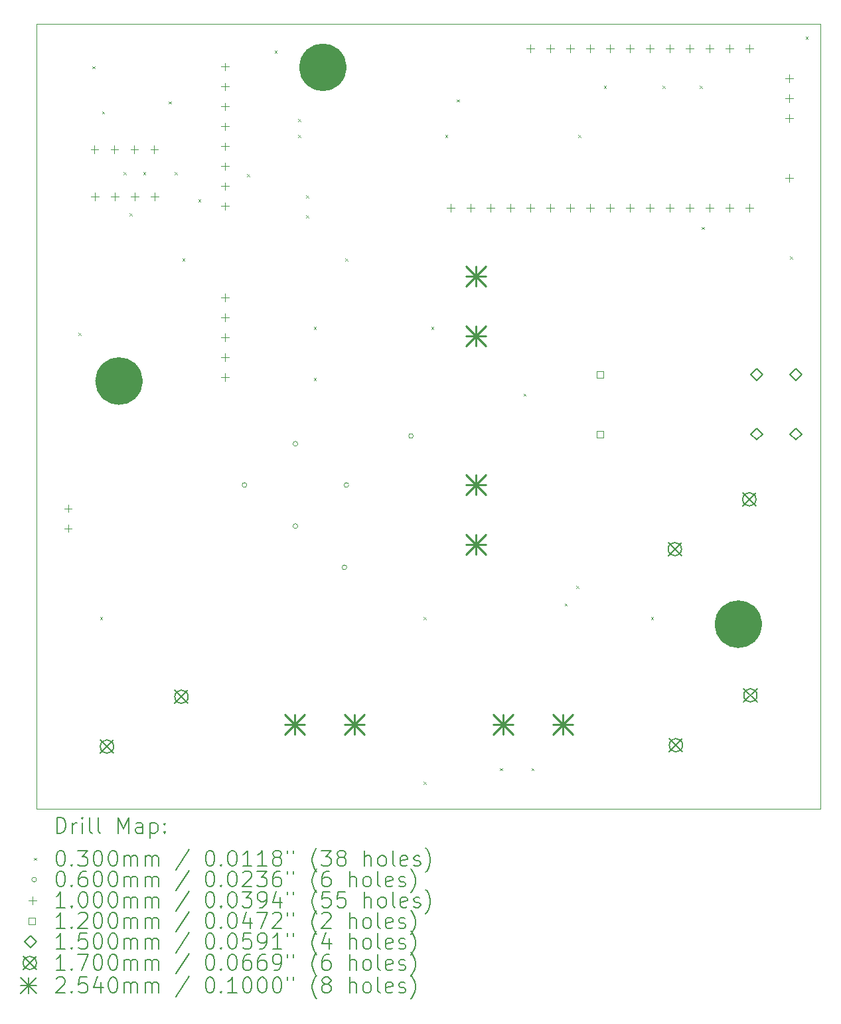
<source format=gbr>
%TF.GenerationSoftware,KiCad,Pcbnew,8.0.7*%
%TF.CreationDate,2025-01-14T10:09:15+01:00*%
%TF.ProjectId,pv_test_station,70765f74-6573-4745-9f73-746174696f6e,rev?*%
%TF.SameCoordinates,Original*%
%TF.FileFunction,Drillmap*%
%TF.FilePolarity,Positive*%
%FSLAX45Y45*%
G04 Gerber Fmt 4.5, Leading zero omitted, Abs format (unit mm)*
G04 Created by KiCad (PCBNEW 8.0.7) date 2025-01-14 10:09:15*
%MOMM*%
%LPD*%
G01*
G04 APERTURE LIST*
%ADD10C,3.025000*%
%ADD11C,0.050000*%
%ADD12C,0.200000*%
%ADD13C,0.100000*%
%ADD14C,0.120000*%
%ADD15C,0.150000*%
%ADD16C,0.170000*%
%ADD17C,0.254000*%
G04 APERTURE END LIST*
D10*
X10851250Y-5800000D02*
G75*
G02*
X10548750Y-5800000I-151250J0D01*
G01*
X10548750Y-5800000D02*
G75*
G02*
X10851250Y-5800000I151250J0D01*
G01*
X16151250Y-12900000D02*
G75*
G02*
X15848750Y-12900000I-151250J0D01*
G01*
X15848750Y-12900000D02*
G75*
G02*
X16151250Y-12900000I151250J0D01*
G01*
X8251250Y-9800000D02*
G75*
G02*
X7948750Y-9800000I-151250J0D01*
G01*
X7948750Y-9800000D02*
G75*
G02*
X8251250Y-9800000I151250J0D01*
G01*
D11*
X7050000Y-5250000D02*
X17050000Y-5250000D01*
X17050000Y-15250000D01*
X7050000Y-15250000D01*
X7050000Y-5250000D01*
D12*
D13*
X7585000Y-9185000D02*
X7615000Y-9215000D01*
X7615000Y-9185000D02*
X7585000Y-9215000D01*
X7760000Y-5785000D02*
X7790000Y-5815000D01*
X7790000Y-5785000D02*
X7760000Y-5815000D01*
X7860000Y-12810000D02*
X7890000Y-12840000D01*
X7890000Y-12810000D02*
X7860000Y-12840000D01*
X7885000Y-6360000D02*
X7915000Y-6390000D01*
X7915000Y-6360000D02*
X7885000Y-6390000D01*
X8160000Y-7135000D02*
X8190000Y-7165000D01*
X8190000Y-7135000D02*
X8160000Y-7165000D01*
X8235000Y-7660000D02*
X8265000Y-7690000D01*
X8265000Y-7660000D02*
X8235000Y-7690000D01*
X8410000Y-7135000D02*
X8440000Y-7165000D01*
X8440000Y-7135000D02*
X8410000Y-7165000D01*
X8735000Y-6235000D02*
X8765000Y-6265000D01*
X8765000Y-6235000D02*
X8735000Y-6265000D01*
X8810000Y-7135000D02*
X8840000Y-7165000D01*
X8840000Y-7135000D02*
X8810000Y-7165000D01*
X8910000Y-8235000D02*
X8940000Y-8265000D01*
X8940000Y-8235000D02*
X8910000Y-8265000D01*
X9110000Y-7485000D02*
X9140000Y-7515000D01*
X9140000Y-7485000D02*
X9110000Y-7515000D01*
X9735000Y-7160000D02*
X9765000Y-7190000D01*
X9765000Y-7160000D02*
X9735000Y-7190000D01*
X10085000Y-5585000D02*
X10115000Y-5615000D01*
X10115000Y-5585000D02*
X10085000Y-5615000D01*
X10385000Y-6460000D02*
X10415000Y-6490000D01*
X10415000Y-6460000D02*
X10385000Y-6490000D01*
X10385000Y-6660000D02*
X10415000Y-6690000D01*
X10415000Y-6660000D02*
X10385000Y-6690000D01*
X10485000Y-7435000D02*
X10515000Y-7465000D01*
X10515000Y-7435000D02*
X10485000Y-7465000D01*
X10485000Y-7685000D02*
X10515000Y-7715000D01*
X10515000Y-7685000D02*
X10485000Y-7715000D01*
X10585000Y-9110000D02*
X10615000Y-9140000D01*
X10615000Y-9110000D02*
X10585000Y-9140000D01*
X10585000Y-9760000D02*
X10615000Y-9790000D01*
X10615000Y-9760000D02*
X10585000Y-9790000D01*
X10985000Y-8235000D02*
X11015000Y-8265000D01*
X11015000Y-8235000D02*
X10985000Y-8265000D01*
X11985000Y-12810000D02*
X12015000Y-12840000D01*
X12015000Y-12810000D02*
X11985000Y-12840000D01*
X11985000Y-14910000D02*
X12015000Y-14940000D01*
X12015000Y-14910000D02*
X11985000Y-14940000D01*
X12085000Y-9110000D02*
X12115000Y-9140000D01*
X12115000Y-9110000D02*
X12085000Y-9140000D01*
X12260000Y-6660000D02*
X12290000Y-6690000D01*
X12290000Y-6660000D02*
X12260000Y-6690000D01*
X12410000Y-6210000D02*
X12440000Y-6240000D01*
X12440000Y-6210000D02*
X12410000Y-6240000D01*
X12960000Y-14735000D02*
X12990000Y-14765000D01*
X12990000Y-14735000D02*
X12960000Y-14765000D01*
X13260000Y-9960000D02*
X13290000Y-9990000D01*
X13290000Y-9960000D02*
X13260000Y-9990000D01*
X13360000Y-14735000D02*
X13390000Y-14765000D01*
X13390000Y-14735000D02*
X13360000Y-14765000D01*
X13785000Y-12635000D02*
X13815000Y-12665000D01*
X13815000Y-12635000D02*
X13785000Y-12665000D01*
X13935000Y-12410000D02*
X13965000Y-12440000D01*
X13965000Y-12410000D02*
X13935000Y-12440000D01*
X13960000Y-6660000D02*
X13990000Y-6690000D01*
X13990000Y-6660000D02*
X13960000Y-6690000D01*
X14285000Y-6035000D02*
X14315000Y-6065000D01*
X14315000Y-6035000D02*
X14285000Y-6065000D01*
X14885000Y-12810000D02*
X14915000Y-12840000D01*
X14915000Y-12810000D02*
X14885000Y-12840000D01*
X15035000Y-6035000D02*
X15065000Y-6065000D01*
X15065000Y-6035000D02*
X15035000Y-6065000D01*
X15510000Y-6035000D02*
X15540000Y-6065000D01*
X15540000Y-6035000D02*
X15510000Y-6065000D01*
X15535000Y-7835000D02*
X15565000Y-7865000D01*
X15565000Y-7835000D02*
X15535000Y-7865000D01*
X16660000Y-8210000D02*
X16690000Y-8240000D01*
X16690000Y-8210000D02*
X16660000Y-8240000D01*
X16860000Y-5410000D02*
X16890000Y-5440000D01*
X16890000Y-5410000D02*
X16860000Y-5440000D01*
X9730000Y-11125000D02*
G75*
G02*
X9670000Y-11125000I-30000J0D01*
G01*
X9670000Y-11125000D02*
G75*
G02*
X9730000Y-11125000I30000J0D01*
G01*
X10380000Y-10600000D02*
G75*
G02*
X10320000Y-10600000I-30000J0D01*
G01*
X10320000Y-10600000D02*
G75*
G02*
X10380000Y-10600000I30000J0D01*
G01*
X10380000Y-11650000D02*
G75*
G02*
X10320000Y-11650000I-30000J0D01*
G01*
X10320000Y-11650000D02*
G75*
G02*
X10380000Y-11650000I30000J0D01*
G01*
X11005000Y-12175000D02*
G75*
G02*
X10945000Y-12175000I-30000J0D01*
G01*
X10945000Y-12175000D02*
G75*
G02*
X11005000Y-12175000I30000J0D01*
G01*
X11030000Y-11125000D02*
G75*
G02*
X10970000Y-11125000I-30000J0D01*
G01*
X10970000Y-11125000D02*
G75*
G02*
X11030000Y-11125000I30000J0D01*
G01*
X11855000Y-10500000D02*
G75*
G02*
X11795000Y-10500000I-30000J0D01*
G01*
X11795000Y-10500000D02*
G75*
G02*
X11855000Y-10500000I30000J0D01*
G01*
X7450000Y-11373500D02*
X7450000Y-11473500D01*
X7400000Y-11423500D02*
X7500000Y-11423500D01*
X7450000Y-11627500D02*
X7450000Y-11727500D01*
X7400000Y-11677500D02*
X7500000Y-11677500D01*
X7788000Y-6800000D02*
X7788000Y-6900000D01*
X7738000Y-6850000D02*
X7838000Y-6850000D01*
X7792000Y-7400000D02*
X7792000Y-7500000D01*
X7742000Y-7450000D02*
X7842000Y-7450000D01*
X8042000Y-6800000D02*
X8042000Y-6900000D01*
X7992000Y-6850000D02*
X8092000Y-6850000D01*
X8046000Y-7400000D02*
X8046000Y-7500000D01*
X7996000Y-7450000D02*
X8096000Y-7450000D01*
X8296000Y-6800000D02*
X8296000Y-6900000D01*
X8246000Y-6850000D02*
X8346000Y-6850000D01*
X8300000Y-7400000D02*
X8300000Y-7500000D01*
X8250000Y-7450000D02*
X8350000Y-7450000D01*
X8550000Y-6800000D02*
X8550000Y-6900000D01*
X8500000Y-6850000D02*
X8600000Y-6850000D01*
X8554000Y-7400000D02*
X8554000Y-7500000D01*
X8504000Y-7450000D02*
X8604000Y-7450000D01*
X9450000Y-5742000D02*
X9450000Y-5842000D01*
X9400000Y-5792000D02*
X9500000Y-5792000D01*
X9450000Y-5996000D02*
X9450000Y-6096000D01*
X9400000Y-6046000D02*
X9500000Y-6046000D01*
X9450000Y-6250000D02*
X9450000Y-6350000D01*
X9400000Y-6300000D02*
X9500000Y-6300000D01*
X9450000Y-6504000D02*
X9450000Y-6604000D01*
X9400000Y-6554000D02*
X9500000Y-6554000D01*
X9450000Y-6758000D02*
X9450000Y-6858000D01*
X9400000Y-6808000D02*
X9500000Y-6808000D01*
X9450000Y-7012000D02*
X9450000Y-7112000D01*
X9400000Y-7062000D02*
X9500000Y-7062000D01*
X9450000Y-7266000D02*
X9450000Y-7366000D01*
X9400000Y-7316000D02*
X9500000Y-7316000D01*
X9450000Y-7520000D02*
X9450000Y-7620000D01*
X9400000Y-7570000D02*
X9500000Y-7570000D01*
X9450000Y-8684000D02*
X9450000Y-8784000D01*
X9400000Y-8734000D02*
X9500000Y-8734000D01*
X9450000Y-8938000D02*
X9450000Y-9038000D01*
X9400000Y-8988000D02*
X9500000Y-8988000D01*
X9450000Y-9192000D02*
X9450000Y-9292000D01*
X9400000Y-9242000D02*
X9500000Y-9242000D01*
X9450000Y-9446000D02*
X9450000Y-9546000D01*
X9400000Y-9496000D02*
X9500000Y-9496000D01*
X9450000Y-9700000D02*
X9450000Y-9800000D01*
X9400000Y-9750000D02*
X9500000Y-9750000D01*
X12332000Y-7543000D02*
X12332000Y-7643000D01*
X12282000Y-7593000D02*
X12382000Y-7593000D01*
X12586000Y-7543000D02*
X12586000Y-7643000D01*
X12536000Y-7593000D02*
X12636000Y-7593000D01*
X12840000Y-7543000D02*
X12840000Y-7643000D01*
X12790000Y-7593000D02*
X12890000Y-7593000D01*
X13094000Y-7543000D02*
X13094000Y-7643000D01*
X13044000Y-7593000D02*
X13144000Y-7593000D01*
X13348000Y-5511000D02*
X13348000Y-5611000D01*
X13298000Y-5561000D02*
X13398000Y-5561000D01*
X13348000Y-7543000D02*
X13348000Y-7643000D01*
X13298000Y-7593000D02*
X13398000Y-7593000D01*
X13602000Y-5511000D02*
X13602000Y-5611000D01*
X13552000Y-5561000D02*
X13652000Y-5561000D01*
X13602000Y-7543000D02*
X13602000Y-7643000D01*
X13552000Y-7593000D02*
X13652000Y-7593000D01*
X13856000Y-5511000D02*
X13856000Y-5611000D01*
X13806000Y-5561000D02*
X13906000Y-5561000D01*
X13856000Y-7543000D02*
X13856000Y-7643000D01*
X13806000Y-7593000D02*
X13906000Y-7593000D01*
X14110000Y-5511000D02*
X14110000Y-5611000D01*
X14060000Y-5561000D02*
X14160000Y-5561000D01*
X14110000Y-7543000D02*
X14110000Y-7643000D01*
X14060000Y-7593000D02*
X14160000Y-7593000D01*
X14364000Y-5511000D02*
X14364000Y-5611000D01*
X14314000Y-5561000D02*
X14414000Y-5561000D01*
X14364000Y-7543000D02*
X14364000Y-7643000D01*
X14314000Y-7593000D02*
X14414000Y-7593000D01*
X14618000Y-5511000D02*
X14618000Y-5611000D01*
X14568000Y-5561000D02*
X14668000Y-5561000D01*
X14618000Y-7543000D02*
X14618000Y-7643000D01*
X14568000Y-7593000D02*
X14668000Y-7593000D01*
X14872000Y-5511000D02*
X14872000Y-5611000D01*
X14822000Y-5561000D02*
X14922000Y-5561000D01*
X14872000Y-7543000D02*
X14872000Y-7643000D01*
X14822000Y-7593000D02*
X14922000Y-7593000D01*
X15126000Y-5511000D02*
X15126000Y-5611000D01*
X15076000Y-5561000D02*
X15176000Y-5561000D01*
X15126000Y-7543000D02*
X15126000Y-7643000D01*
X15076000Y-7593000D02*
X15176000Y-7593000D01*
X15380000Y-5511000D02*
X15380000Y-5611000D01*
X15330000Y-5561000D02*
X15430000Y-5561000D01*
X15380000Y-7543000D02*
X15380000Y-7643000D01*
X15330000Y-7593000D02*
X15430000Y-7593000D01*
X15634000Y-5511000D02*
X15634000Y-5611000D01*
X15584000Y-5561000D02*
X15684000Y-5561000D01*
X15634000Y-7543000D02*
X15634000Y-7643000D01*
X15584000Y-7593000D02*
X15684000Y-7593000D01*
X15888000Y-5511000D02*
X15888000Y-5611000D01*
X15838000Y-5561000D02*
X15938000Y-5561000D01*
X15888000Y-7543000D02*
X15888000Y-7643000D01*
X15838000Y-7593000D02*
X15938000Y-7593000D01*
X16142000Y-5511000D02*
X16142000Y-5611000D01*
X16092000Y-5561000D02*
X16192000Y-5561000D01*
X16142000Y-7543000D02*
X16142000Y-7643000D01*
X16092000Y-7593000D02*
X16192000Y-7593000D01*
X16650000Y-5892000D02*
X16650000Y-5992000D01*
X16600000Y-5942000D02*
X16700000Y-5942000D01*
X16650000Y-6146000D02*
X16650000Y-6246000D01*
X16600000Y-6196000D02*
X16700000Y-6196000D01*
X16650000Y-6400000D02*
X16650000Y-6500000D01*
X16600000Y-6450000D02*
X16700000Y-6450000D01*
X16650000Y-7162000D02*
X16650000Y-7262000D01*
X16600000Y-7212000D02*
X16700000Y-7212000D01*
D14*
X14277192Y-9757427D02*
X14277192Y-9672573D01*
X14192338Y-9672573D01*
X14192338Y-9757427D01*
X14277192Y-9757427D01*
X14277192Y-10517427D02*
X14277192Y-10432573D01*
X14192338Y-10432573D01*
X14192338Y-10517427D01*
X14277192Y-10517427D01*
D15*
X16234765Y-9790000D02*
X16309765Y-9715000D01*
X16234765Y-9640000D01*
X16159765Y-9715000D01*
X16234765Y-9790000D01*
X16234765Y-10550000D02*
X16309765Y-10475000D01*
X16234765Y-10400000D01*
X16159765Y-10475000D01*
X16234765Y-10550000D01*
X16734765Y-9790000D02*
X16809765Y-9715000D01*
X16734765Y-9640000D01*
X16659765Y-9715000D01*
X16734765Y-9790000D01*
X16734765Y-10550000D02*
X16809765Y-10475000D01*
X16734765Y-10400000D01*
X16659765Y-10475000D01*
X16734765Y-10550000D01*
D16*
X7861250Y-14375000D02*
X8031250Y-14545000D01*
X8031250Y-14375000D02*
X7861250Y-14545000D01*
X8031250Y-14460000D02*
G75*
G02*
X7861250Y-14460000I-85000J0D01*
G01*
X7861250Y-14460000D02*
G75*
G02*
X8031250Y-14460000I85000J0D01*
G01*
X8811250Y-13740000D02*
X8981250Y-13910000D01*
X8981250Y-13740000D02*
X8811250Y-13910000D01*
X8981250Y-13825000D02*
G75*
G02*
X8811250Y-13825000I-85000J0D01*
G01*
X8811250Y-13825000D02*
G75*
G02*
X8981250Y-13825000I85000J0D01*
G01*
X15105000Y-11857500D02*
X15275000Y-12027500D01*
X15275000Y-11857500D02*
X15105000Y-12027500D01*
X15275000Y-11942500D02*
G75*
G02*
X15105000Y-11942500I-85000J0D01*
G01*
X15105000Y-11942500D02*
G75*
G02*
X15275000Y-11942500I85000J0D01*
G01*
X15118750Y-14357500D02*
X15288750Y-14527500D01*
X15288750Y-14357500D02*
X15118750Y-14527500D01*
X15288750Y-14442500D02*
G75*
G02*
X15118750Y-14442500I-85000J0D01*
G01*
X15118750Y-14442500D02*
G75*
G02*
X15288750Y-14442500I85000J0D01*
G01*
X16055000Y-11222500D02*
X16225000Y-11392500D01*
X16225000Y-11222500D02*
X16055000Y-11392500D01*
X16225000Y-11307500D02*
G75*
G02*
X16055000Y-11307500I-85000J0D01*
G01*
X16055000Y-11307500D02*
G75*
G02*
X16225000Y-11307500I85000J0D01*
G01*
X16068750Y-13722500D02*
X16238750Y-13892500D01*
X16238750Y-13722500D02*
X16068750Y-13892500D01*
X16238750Y-13807500D02*
G75*
G02*
X16068750Y-13807500I-85000J0D01*
G01*
X16068750Y-13807500D02*
G75*
G02*
X16238750Y-13807500I85000J0D01*
G01*
D17*
X10214000Y-14048000D02*
X10468000Y-14302000D01*
X10468000Y-14048000D02*
X10214000Y-14302000D01*
X10341000Y-14048000D02*
X10341000Y-14302000D01*
X10214000Y-14175000D02*
X10468000Y-14175000D01*
X10976000Y-14048000D02*
X11230000Y-14302000D01*
X11230000Y-14048000D02*
X10976000Y-14302000D01*
X11103000Y-14048000D02*
X11103000Y-14302000D01*
X10976000Y-14175000D02*
X11230000Y-14175000D01*
X12523000Y-8337500D02*
X12777000Y-8591500D01*
X12777000Y-8337500D02*
X12523000Y-8591500D01*
X12650000Y-8337500D02*
X12650000Y-8591500D01*
X12523000Y-8464500D02*
X12777000Y-8464500D01*
X12523000Y-9099500D02*
X12777000Y-9353500D01*
X12777000Y-9099500D02*
X12523000Y-9353500D01*
X12650000Y-9099500D02*
X12650000Y-9353500D01*
X12523000Y-9226500D02*
X12777000Y-9226500D01*
X12523000Y-10996500D02*
X12777000Y-11250500D01*
X12777000Y-10996500D02*
X12523000Y-11250500D01*
X12650000Y-10996500D02*
X12650000Y-11250500D01*
X12523000Y-11123500D02*
X12777000Y-11123500D01*
X12523000Y-11758500D02*
X12777000Y-12012500D01*
X12777000Y-11758500D02*
X12523000Y-12012500D01*
X12650000Y-11758500D02*
X12650000Y-12012500D01*
X12523000Y-11885500D02*
X12777000Y-11885500D01*
X12873000Y-14048000D02*
X13127000Y-14302000D01*
X13127000Y-14048000D02*
X12873000Y-14302000D01*
X13000000Y-14048000D02*
X13000000Y-14302000D01*
X12873000Y-14175000D02*
X13127000Y-14175000D01*
X13635000Y-14048000D02*
X13889000Y-14302000D01*
X13889000Y-14048000D02*
X13635000Y-14302000D01*
X13762000Y-14048000D02*
X13762000Y-14302000D01*
X13635000Y-14175000D02*
X13889000Y-14175000D01*
D12*
X7308277Y-15563984D02*
X7308277Y-15363984D01*
X7308277Y-15363984D02*
X7355896Y-15363984D01*
X7355896Y-15363984D02*
X7384467Y-15373508D01*
X7384467Y-15373508D02*
X7403515Y-15392555D01*
X7403515Y-15392555D02*
X7413039Y-15411603D01*
X7413039Y-15411603D02*
X7422562Y-15449698D01*
X7422562Y-15449698D02*
X7422562Y-15478269D01*
X7422562Y-15478269D02*
X7413039Y-15516365D01*
X7413039Y-15516365D02*
X7403515Y-15535412D01*
X7403515Y-15535412D02*
X7384467Y-15554460D01*
X7384467Y-15554460D02*
X7355896Y-15563984D01*
X7355896Y-15563984D02*
X7308277Y-15563984D01*
X7508277Y-15563984D02*
X7508277Y-15430650D01*
X7508277Y-15468746D02*
X7517801Y-15449698D01*
X7517801Y-15449698D02*
X7527324Y-15440174D01*
X7527324Y-15440174D02*
X7546372Y-15430650D01*
X7546372Y-15430650D02*
X7565420Y-15430650D01*
X7632086Y-15563984D02*
X7632086Y-15430650D01*
X7632086Y-15363984D02*
X7622562Y-15373508D01*
X7622562Y-15373508D02*
X7632086Y-15383031D01*
X7632086Y-15383031D02*
X7641610Y-15373508D01*
X7641610Y-15373508D02*
X7632086Y-15363984D01*
X7632086Y-15363984D02*
X7632086Y-15383031D01*
X7755896Y-15563984D02*
X7736848Y-15554460D01*
X7736848Y-15554460D02*
X7727324Y-15535412D01*
X7727324Y-15535412D02*
X7727324Y-15363984D01*
X7860658Y-15563984D02*
X7841610Y-15554460D01*
X7841610Y-15554460D02*
X7832086Y-15535412D01*
X7832086Y-15535412D02*
X7832086Y-15363984D01*
X8089229Y-15563984D02*
X8089229Y-15363984D01*
X8089229Y-15363984D02*
X8155896Y-15506841D01*
X8155896Y-15506841D02*
X8222562Y-15363984D01*
X8222562Y-15363984D02*
X8222562Y-15563984D01*
X8403515Y-15563984D02*
X8403515Y-15459222D01*
X8403515Y-15459222D02*
X8393991Y-15440174D01*
X8393991Y-15440174D02*
X8374943Y-15430650D01*
X8374943Y-15430650D02*
X8336848Y-15430650D01*
X8336848Y-15430650D02*
X8317801Y-15440174D01*
X8403515Y-15554460D02*
X8384467Y-15563984D01*
X8384467Y-15563984D02*
X8336848Y-15563984D01*
X8336848Y-15563984D02*
X8317801Y-15554460D01*
X8317801Y-15554460D02*
X8308277Y-15535412D01*
X8308277Y-15535412D02*
X8308277Y-15516365D01*
X8308277Y-15516365D02*
X8317801Y-15497317D01*
X8317801Y-15497317D02*
X8336848Y-15487793D01*
X8336848Y-15487793D02*
X8384467Y-15487793D01*
X8384467Y-15487793D02*
X8403515Y-15478269D01*
X8498753Y-15430650D02*
X8498753Y-15630650D01*
X8498753Y-15440174D02*
X8517801Y-15430650D01*
X8517801Y-15430650D02*
X8555896Y-15430650D01*
X8555896Y-15430650D02*
X8574944Y-15440174D01*
X8574944Y-15440174D02*
X8584467Y-15449698D01*
X8584467Y-15449698D02*
X8593991Y-15468746D01*
X8593991Y-15468746D02*
X8593991Y-15525888D01*
X8593991Y-15525888D02*
X8584467Y-15544936D01*
X8584467Y-15544936D02*
X8574944Y-15554460D01*
X8574944Y-15554460D02*
X8555896Y-15563984D01*
X8555896Y-15563984D02*
X8517801Y-15563984D01*
X8517801Y-15563984D02*
X8498753Y-15554460D01*
X8679705Y-15544936D02*
X8689229Y-15554460D01*
X8689229Y-15554460D02*
X8679705Y-15563984D01*
X8679705Y-15563984D02*
X8670182Y-15554460D01*
X8670182Y-15554460D02*
X8679705Y-15544936D01*
X8679705Y-15544936D02*
X8679705Y-15563984D01*
X8679705Y-15440174D02*
X8689229Y-15449698D01*
X8689229Y-15449698D02*
X8679705Y-15459222D01*
X8679705Y-15459222D02*
X8670182Y-15449698D01*
X8670182Y-15449698D02*
X8679705Y-15440174D01*
X8679705Y-15440174D02*
X8679705Y-15459222D01*
D13*
X7017500Y-15877500D02*
X7047500Y-15907500D01*
X7047500Y-15877500D02*
X7017500Y-15907500D01*
D12*
X7346372Y-15783984D02*
X7365420Y-15783984D01*
X7365420Y-15783984D02*
X7384467Y-15793508D01*
X7384467Y-15793508D02*
X7393991Y-15803031D01*
X7393991Y-15803031D02*
X7403515Y-15822079D01*
X7403515Y-15822079D02*
X7413039Y-15860174D01*
X7413039Y-15860174D02*
X7413039Y-15907793D01*
X7413039Y-15907793D02*
X7403515Y-15945888D01*
X7403515Y-15945888D02*
X7393991Y-15964936D01*
X7393991Y-15964936D02*
X7384467Y-15974460D01*
X7384467Y-15974460D02*
X7365420Y-15983984D01*
X7365420Y-15983984D02*
X7346372Y-15983984D01*
X7346372Y-15983984D02*
X7327324Y-15974460D01*
X7327324Y-15974460D02*
X7317801Y-15964936D01*
X7317801Y-15964936D02*
X7308277Y-15945888D01*
X7308277Y-15945888D02*
X7298753Y-15907793D01*
X7298753Y-15907793D02*
X7298753Y-15860174D01*
X7298753Y-15860174D02*
X7308277Y-15822079D01*
X7308277Y-15822079D02*
X7317801Y-15803031D01*
X7317801Y-15803031D02*
X7327324Y-15793508D01*
X7327324Y-15793508D02*
X7346372Y-15783984D01*
X7498753Y-15964936D02*
X7508277Y-15974460D01*
X7508277Y-15974460D02*
X7498753Y-15983984D01*
X7498753Y-15983984D02*
X7489229Y-15974460D01*
X7489229Y-15974460D02*
X7498753Y-15964936D01*
X7498753Y-15964936D02*
X7498753Y-15983984D01*
X7574943Y-15783984D02*
X7698753Y-15783984D01*
X7698753Y-15783984D02*
X7632086Y-15860174D01*
X7632086Y-15860174D02*
X7660658Y-15860174D01*
X7660658Y-15860174D02*
X7679705Y-15869698D01*
X7679705Y-15869698D02*
X7689229Y-15879222D01*
X7689229Y-15879222D02*
X7698753Y-15898269D01*
X7698753Y-15898269D02*
X7698753Y-15945888D01*
X7698753Y-15945888D02*
X7689229Y-15964936D01*
X7689229Y-15964936D02*
X7679705Y-15974460D01*
X7679705Y-15974460D02*
X7660658Y-15983984D01*
X7660658Y-15983984D02*
X7603515Y-15983984D01*
X7603515Y-15983984D02*
X7584467Y-15974460D01*
X7584467Y-15974460D02*
X7574943Y-15964936D01*
X7822562Y-15783984D02*
X7841610Y-15783984D01*
X7841610Y-15783984D02*
X7860658Y-15793508D01*
X7860658Y-15793508D02*
X7870182Y-15803031D01*
X7870182Y-15803031D02*
X7879705Y-15822079D01*
X7879705Y-15822079D02*
X7889229Y-15860174D01*
X7889229Y-15860174D02*
X7889229Y-15907793D01*
X7889229Y-15907793D02*
X7879705Y-15945888D01*
X7879705Y-15945888D02*
X7870182Y-15964936D01*
X7870182Y-15964936D02*
X7860658Y-15974460D01*
X7860658Y-15974460D02*
X7841610Y-15983984D01*
X7841610Y-15983984D02*
X7822562Y-15983984D01*
X7822562Y-15983984D02*
X7803515Y-15974460D01*
X7803515Y-15974460D02*
X7793991Y-15964936D01*
X7793991Y-15964936D02*
X7784467Y-15945888D01*
X7784467Y-15945888D02*
X7774943Y-15907793D01*
X7774943Y-15907793D02*
X7774943Y-15860174D01*
X7774943Y-15860174D02*
X7784467Y-15822079D01*
X7784467Y-15822079D02*
X7793991Y-15803031D01*
X7793991Y-15803031D02*
X7803515Y-15793508D01*
X7803515Y-15793508D02*
X7822562Y-15783984D01*
X8013039Y-15783984D02*
X8032086Y-15783984D01*
X8032086Y-15783984D02*
X8051134Y-15793508D01*
X8051134Y-15793508D02*
X8060658Y-15803031D01*
X8060658Y-15803031D02*
X8070182Y-15822079D01*
X8070182Y-15822079D02*
X8079705Y-15860174D01*
X8079705Y-15860174D02*
X8079705Y-15907793D01*
X8079705Y-15907793D02*
X8070182Y-15945888D01*
X8070182Y-15945888D02*
X8060658Y-15964936D01*
X8060658Y-15964936D02*
X8051134Y-15974460D01*
X8051134Y-15974460D02*
X8032086Y-15983984D01*
X8032086Y-15983984D02*
X8013039Y-15983984D01*
X8013039Y-15983984D02*
X7993991Y-15974460D01*
X7993991Y-15974460D02*
X7984467Y-15964936D01*
X7984467Y-15964936D02*
X7974943Y-15945888D01*
X7974943Y-15945888D02*
X7965420Y-15907793D01*
X7965420Y-15907793D02*
X7965420Y-15860174D01*
X7965420Y-15860174D02*
X7974943Y-15822079D01*
X7974943Y-15822079D02*
X7984467Y-15803031D01*
X7984467Y-15803031D02*
X7993991Y-15793508D01*
X7993991Y-15793508D02*
X8013039Y-15783984D01*
X8165420Y-15983984D02*
X8165420Y-15850650D01*
X8165420Y-15869698D02*
X8174943Y-15860174D01*
X8174943Y-15860174D02*
X8193991Y-15850650D01*
X8193991Y-15850650D02*
X8222563Y-15850650D01*
X8222563Y-15850650D02*
X8241610Y-15860174D01*
X8241610Y-15860174D02*
X8251134Y-15879222D01*
X8251134Y-15879222D02*
X8251134Y-15983984D01*
X8251134Y-15879222D02*
X8260658Y-15860174D01*
X8260658Y-15860174D02*
X8279705Y-15850650D01*
X8279705Y-15850650D02*
X8308277Y-15850650D01*
X8308277Y-15850650D02*
X8327324Y-15860174D01*
X8327324Y-15860174D02*
X8336848Y-15879222D01*
X8336848Y-15879222D02*
X8336848Y-15983984D01*
X8432086Y-15983984D02*
X8432086Y-15850650D01*
X8432086Y-15869698D02*
X8441610Y-15860174D01*
X8441610Y-15860174D02*
X8460658Y-15850650D01*
X8460658Y-15850650D02*
X8489229Y-15850650D01*
X8489229Y-15850650D02*
X8508277Y-15860174D01*
X8508277Y-15860174D02*
X8517801Y-15879222D01*
X8517801Y-15879222D02*
X8517801Y-15983984D01*
X8517801Y-15879222D02*
X8527325Y-15860174D01*
X8527325Y-15860174D02*
X8546372Y-15850650D01*
X8546372Y-15850650D02*
X8574944Y-15850650D01*
X8574944Y-15850650D02*
X8593991Y-15860174D01*
X8593991Y-15860174D02*
X8603515Y-15879222D01*
X8603515Y-15879222D02*
X8603515Y-15983984D01*
X8993991Y-15774460D02*
X8822563Y-16031603D01*
X9251134Y-15783984D02*
X9270182Y-15783984D01*
X9270182Y-15783984D02*
X9289229Y-15793508D01*
X9289229Y-15793508D02*
X9298753Y-15803031D01*
X9298753Y-15803031D02*
X9308277Y-15822079D01*
X9308277Y-15822079D02*
X9317801Y-15860174D01*
X9317801Y-15860174D02*
X9317801Y-15907793D01*
X9317801Y-15907793D02*
X9308277Y-15945888D01*
X9308277Y-15945888D02*
X9298753Y-15964936D01*
X9298753Y-15964936D02*
X9289229Y-15974460D01*
X9289229Y-15974460D02*
X9270182Y-15983984D01*
X9270182Y-15983984D02*
X9251134Y-15983984D01*
X9251134Y-15983984D02*
X9232087Y-15974460D01*
X9232087Y-15974460D02*
X9222563Y-15964936D01*
X9222563Y-15964936D02*
X9213039Y-15945888D01*
X9213039Y-15945888D02*
X9203515Y-15907793D01*
X9203515Y-15907793D02*
X9203515Y-15860174D01*
X9203515Y-15860174D02*
X9213039Y-15822079D01*
X9213039Y-15822079D02*
X9222563Y-15803031D01*
X9222563Y-15803031D02*
X9232087Y-15793508D01*
X9232087Y-15793508D02*
X9251134Y-15783984D01*
X9403515Y-15964936D02*
X9413039Y-15974460D01*
X9413039Y-15974460D02*
X9403515Y-15983984D01*
X9403515Y-15983984D02*
X9393991Y-15974460D01*
X9393991Y-15974460D02*
X9403515Y-15964936D01*
X9403515Y-15964936D02*
X9403515Y-15983984D01*
X9536848Y-15783984D02*
X9555896Y-15783984D01*
X9555896Y-15783984D02*
X9574944Y-15793508D01*
X9574944Y-15793508D02*
X9584468Y-15803031D01*
X9584468Y-15803031D02*
X9593991Y-15822079D01*
X9593991Y-15822079D02*
X9603515Y-15860174D01*
X9603515Y-15860174D02*
X9603515Y-15907793D01*
X9603515Y-15907793D02*
X9593991Y-15945888D01*
X9593991Y-15945888D02*
X9584468Y-15964936D01*
X9584468Y-15964936D02*
X9574944Y-15974460D01*
X9574944Y-15974460D02*
X9555896Y-15983984D01*
X9555896Y-15983984D02*
X9536848Y-15983984D01*
X9536848Y-15983984D02*
X9517801Y-15974460D01*
X9517801Y-15974460D02*
X9508277Y-15964936D01*
X9508277Y-15964936D02*
X9498753Y-15945888D01*
X9498753Y-15945888D02*
X9489229Y-15907793D01*
X9489229Y-15907793D02*
X9489229Y-15860174D01*
X9489229Y-15860174D02*
X9498753Y-15822079D01*
X9498753Y-15822079D02*
X9508277Y-15803031D01*
X9508277Y-15803031D02*
X9517801Y-15793508D01*
X9517801Y-15793508D02*
X9536848Y-15783984D01*
X9793991Y-15983984D02*
X9679706Y-15983984D01*
X9736848Y-15983984D02*
X9736848Y-15783984D01*
X9736848Y-15783984D02*
X9717801Y-15812555D01*
X9717801Y-15812555D02*
X9698753Y-15831603D01*
X9698753Y-15831603D02*
X9679706Y-15841127D01*
X9984468Y-15983984D02*
X9870182Y-15983984D01*
X9927325Y-15983984D02*
X9927325Y-15783984D01*
X9927325Y-15783984D02*
X9908277Y-15812555D01*
X9908277Y-15812555D02*
X9889229Y-15831603D01*
X9889229Y-15831603D02*
X9870182Y-15841127D01*
X10098753Y-15869698D02*
X10079706Y-15860174D01*
X10079706Y-15860174D02*
X10070182Y-15850650D01*
X10070182Y-15850650D02*
X10060658Y-15831603D01*
X10060658Y-15831603D02*
X10060658Y-15822079D01*
X10060658Y-15822079D02*
X10070182Y-15803031D01*
X10070182Y-15803031D02*
X10079706Y-15793508D01*
X10079706Y-15793508D02*
X10098753Y-15783984D01*
X10098753Y-15783984D02*
X10136849Y-15783984D01*
X10136849Y-15783984D02*
X10155896Y-15793508D01*
X10155896Y-15793508D02*
X10165420Y-15803031D01*
X10165420Y-15803031D02*
X10174944Y-15822079D01*
X10174944Y-15822079D02*
X10174944Y-15831603D01*
X10174944Y-15831603D02*
X10165420Y-15850650D01*
X10165420Y-15850650D02*
X10155896Y-15860174D01*
X10155896Y-15860174D02*
X10136849Y-15869698D01*
X10136849Y-15869698D02*
X10098753Y-15869698D01*
X10098753Y-15869698D02*
X10079706Y-15879222D01*
X10079706Y-15879222D02*
X10070182Y-15888746D01*
X10070182Y-15888746D02*
X10060658Y-15907793D01*
X10060658Y-15907793D02*
X10060658Y-15945888D01*
X10060658Y-15945888D02*
X10070182Y-15964936D01*
X10070182Y-15964936D02*
X10079706Y-15974460D01*
X10079706Y-15974460D02*
X10098753Y-15983984D01*
X10098753Y-15983984D02*
X10136849Y-15983984D01*
X10136849Y-15983984D02*
X10155896Y-15974460D01*
X10155896Y-15974460D02*
X10165420Y-15964936D01*
X10165420Y-15964936D02*
X10174944Y-15945888D01*
X10174944Y-15945888D02*
X10174944Y-15907793D01*
X10174944Y-15907793D02*
X10165420Y-15888746D01*
X10165420Y-15888746D02*
X10155896Y-15879222D01*
X10155896Y-15879222D02*
X10136849Y-15869698D01*
X10251134Y-15783984D02*
X10251134Y-15822079D01*
X10327325Y-15783984D02*
X10327325Y-15822079D01*
X10622563Y-16060174D02*
X10613039Y-16050650D01*
X10613039Y-16050650D02*
X10593991Y-16022079D01*
X10593991Y-16022079D02*
X10584468Y-16003031D01*
X10584468Y-16003031D02*
X10574944Y-15974460D01*
X10574944Y-15974460D02*
X10565420Y-15926841D01*
X10565420Y-15926841D02*
X10565420Y-15888746D01*
X10565420Y-15888746D02*
X10574944Y-15841127D01*
X10574944Y-15841127D02*
X10584468Y-15812555D01*
X10584468Y-15812555D02*
X10593991Y-15793508D01*
X10593991Y-15793508D02*
X10613039Y-15764936D01*
X10613039Y-15764936D02*
X10622563Y-15755412D01*
X10679706Y-15783984D02*
X10803515Y-15783984D01*
X10803515Y-15783984D02*
X10736849Y-15860174D01*
X10736849Y-15860174D02*
X10765420Y-15860174D01*
X10765420Y-15860174D02*
X10784468Y-15869698D01*
X10784468Y-15869698D02*
X10793991Y-15879222D01*
X10793991Y-15879222D02*
X10803515Y-15898269D01*
X10803515Y-15898269D02*
X10803515Y-15945888D01*
X10803515Y-15945888D02*
X10793991Y-15964936D01*
X10793991Y-15964936D02*
X10784468Y-15974460D01*
X10784468Y-15974460D02*
X10765420Y-15983984D01*
X10765420Y-15983984D02*
X10708277Y-15983984D01*
X10708277Y-15983984D02*
X10689230Y-15974460D01*
X10689230Y-15974460D02*
X10679706Y-15964936D01*
X10917801Y-15869698D02*
X10898753Y-15860174D01*
X10898753Y-15860174D02*
X10889230Y-15850650D01*
X10889230Y-15850650D02*
X10879706Y-15831603D01*
X10879706Y-15831603D02*
X10879706Y-15822079D01*
X10879706Y-15822079D02*
X10889230Y-15803031D01*
X10889230Y-15803031D02*
X10898753Y-15793508D01*
X10898753Y-15793508D02*
X10917801Y-15783984D01*
X10917801Y-15783984D02*
X10955896Y-15783984D01*
X10955896Y-15783984D02*
X10974944Y-15793508D01*
X10974944Y-15793508D02*
X10984468Y-15803031D01*
X10984468Y-15803031D02*
X10993991Y-15822079D01*
X10993991Y-15822079D02*
X10993991Y-15831603D01*
X10993991Y-15831603D02*
X10984468Y-15850650D01*
X10984468Y-15850650D02*
X10974944Y-15860174D01*
X10974944Y-15860174D02*
X10955896Y-15869698D01*
X10955896Y-15869698D02*
X10917801Y-15869698D01*
X10917801Y-15869698D02*
X10898753Y-15879222D01*
X10898753Y-15879222D02*
X10889230Y-15888746D01*
X10889230Y-15888746D02*
X10879706Y-15907793D01*
X10879706Y-15907793D02*
X10879706Y-15945888D01*
X10879706Y-15945888D02*
X10889230Y-15964936D01*
X10889230Y-15964936D02*
X10898753Y-15974460D01*
X10898753Y-15974460D02*
X10917801Y-15983984D01*
X10917801Y-15983984D02*
X10955896Y-15983984D01*
X10955896Y-15983984D02*
X10974944Y-15974460D01*
X10974944Y-15974460D02*
X10984468Y-15964936D01*
X10984468Y-15964936D02*
X10993991Y-15945888D01*
X10993991Y-15945888D02*
X10993991Y-15907793D01*
X10993991Y-15907793D02*
X10984468Y-15888746D01*
X10984468Y-15888746D02*
X10974944Y-15879222D01*
X10974944Y-15879222D02*
X10955896Y-15869698D01*
X11232087Y-15983984D02*
X11232087Y-15783984D01*
X11317801Y-15983984D02*
X11317801Y-15879222D01*
X11317801Y-15879222D02*
X11308277Y-15860174D01*
X11308277Y-15860174D02*
X11289230Y-15850650D01*
X11289230Y-15850650D02*
X11260658Y-15850650D01*
X11260658Y-15850650D02*
X11241610Y-15860174D01*
X11241610Y-15860174D02*
X11232087Y-15869698D01*
X11441610Y-15983984D02*
X11422563Y-15974460D01*
X11422563Y-15974460D02*
X11413039Y-15964936D01*
X11413039Y-15964936D02*
X11403515Y-15945888D01*
X11403515Y-15945888D02*
X11403515Y-15888746D01*
X11403515Y-15888746D02*
X11413039Y-15869698D01*
X11413039Y-15869698D02*
X11422563Y-15860174D01*
X11422563Y-15860174D02*
X11441610Y-15850650D01*
X11441610Y-15850650D02*
X11470182Y-15850650D01*
X11470182Y-15850650D02*
X11489230Y-15860174D01*
X11489230Y-15860174D02*
X11498753Y-15869698D01*
X11498753Y-15869698D02*
X11508277Y-15888746D01*
X11508277Y-15888746D02*
X11508277Y-15945888D01*
X11508277Y-15945888D02*
X11498753Y-15964936D01*
X11498753Y-15964936D02*
X11489230Y-15974460D01*
X11489230Y-15974460D02*
X11470182Y-15983984D01*
X11470182Y-15983984D02*
X11441610Y-15983984D01*
X11622563Y-15983984D02*
X11603515Y-15974460D01*
X11603515Y-15974460D02*
X11593991Y-15955412D01*
X11593991Y-15955412D02*
X11593991Y-15783984D01*
X11774944Y-15974460D02*
X11755896Y-15983984D01*
X11755896Y-15983984D02*
X11717801Y-15983984D01*
X11717801Y-15983984D02*
X11698753Y-15974460D01*
X11698753Y-15974460D02*
X11689230Y-15955412D01*
X11689230Y-15955412D02*
X11689230Y-15879222D01*
X11689230Y-15879222D02*
X11698753Y-15860174D01*
X11698753Y-15860174D02*
X11717801Y-15850650D01*
X11717801Y-15850650D02*
X11755896Y-15850650D01*
X11755896Y-15850650D02*
X11774944Y-15860174D01*
X11774944Y-15860174D02*
X11784468Y-15879222D01*
X11784468Y-15879222D02*
X11784468Y-15898269D01*
X11784468Y-15898269D02*
X11689230Y-15917317D01*
X11860658Y-15974460D02*
X11879706Y-15983984D01*
X11879706Y-15983984D02*
X11917801Y-15983984D01*
X11917801Y-15983984D02*
X11936849Y-15974460D01*
X11936849Y-15974460D02*
X11946372Y-15955412D01*
X11946372Y-15955412D02*
X11946372Y-15945888D01*
X11946372Y-15945888D02*
X11936849Y-15926841D01*
X11936849Y-15926841D02*
X11917801Y-15917317D01*
X11917801Y-15917317D02*
X11889230Y-15917317D01*
X11889230Y-15917317D02*
X11870182Y-15907793D01*
X11870182Y-15907793D02*
X11860658Y-15888746D01*
X11860658Y-15888746D02*
X11860658Y-15879222D01*
X11860658Y-15879222D02*
X11870182Y-15860174D01*
X11870182Y-15860174D02*
X11889230Y-15850650D01*
X11889230Y-15850650D02*
X11917801Y-15850650D01*
X11917801Y-15850650D02*
X11936849Y-15860174D01*
X12013039Y-16060174D02*
X12022563Y-16050650D01*
X12022563Y-16050650D02*
X12041611Y-16022079D01*
X12041611Y-16022079D02*
X12051134Y-16003031D01*
X12051134Y-16003031D02*
X12060658Y-15974460D01*
X12060658Y-15974460D02*
X12070182Y-15926841D01*
X12070182Y-15926841D02*
X12070182Y-15888746D01*
X12070182Y-15888746D02*
X12060658Y-15841127D01*
X12060658Y-15841127D02*
X12051134Y-15812555D01*
X12051134Y-15812555D02*
X12041611Y-15793508D01*
X12041611Y-15793508D02*
X12022563Y-15764936D01*
X12022563Y-15764936D02*
X12013039Y-15755412D01*
D13*
X7047500Y-16156500D02*
G75*
G02*
X6987500Y-16156500I-30000J0D01*
G01*
X6987500Y-16156500D02*
G75*
G02*
X7047500Y-16156500I30000J0D01*
G01*
D12*
X7346372Y-16047984D02*
X7365420Y-16047984D01*
X7365420Y-16047984D02*
X7384467Y-16057508D01*
X7384467Y-16057508D02*
X7393991Y-16067031D01*
X7393991Y-16067031D02*
X7403515Y-16086079D01*
X7403515Y-16086079D02*
X7413039Y-16124174D01*
X7413039Y-16124174D02*
X7413039Y-16171793D01*
X7413039Y-16171793D02*
X7403515Y-16209888D01*
X7403515Y-16209888D02*
X7393991Y-16228936D01*
X7393991Y-16228936D02*
X7384467Y-16238460D01*
X7384467Y-16238460D02*
X7365420Y-16247984D01*
X7365420Y-16247984D02*
X7346372Y-16247984D01*
X7346372Y-16247984D02*
X7327324Y-16238460D01*
X7327324Y-16238460D02*
X7317801Y-16228936D01*
X7317801Y-16228936D02*
X7308277Y-16209888D01*
X7308277Y-16209888D02*
X7298753Y-16171793D01*
X7298753Y-16171793D02*
X7298753Y-16124174D01*
X7298753Y-16124174D02*
X7308277Y-16086079D01*
X7308277Y-16086079D02*
X7317801Y-16067031D01*
X7317801Y-16067031D02*
X7327324Y-16057508D01*
X7327324Y-16057508D02*
X7346372Y-16047984D01*
X7498753Y-16228936D02*
X7508277Y-16238460D01*
X7508277Y-16238460D02*
X7498753Y-16247984D01*
X7498753Y-16247984D02*
X7489229Y-16238460D01*
X7489229Y-16238460D02*
X7498753Y-16228936D01*
X7498753Y-16228936D02*
X7498753Y-16247984D01*
X7679705Y-16047984D02*
X7641610Y-16047984D01*
X7641610Y-16047984D02*
X7622562Y-16057508D01*
X7622562Y-16057508D02*
X7613039Y-16067031D01*
X7613039Y-16067031D02*
X7593991Y-16095603D01*
X7593991Y-16095603D02*
X7584467Y-16133698D01*
X7584467Y-16133698D02*
X7584467Y-16209888D01*
X7584467Y-16209888D02*
X7593991Y-16228936D01*
X7593991Y-16228936D02*
X7603515Y-16238460D01*
X7603515Y-16238460D02*
X7622562Y-16247984D01*
X7622562Y-16247984D02*
X7660658Y-16247984D01*
X7660658Y-16247984D02*
X7679705Y-16238460D01*
X7679705Y-16238460D02*
X7689229Y-16228936D01*
X7689229Y-16228936D02*
X7698753Y-16209888D01*
X7698753Y-16209888D02*
X7698753Y-16162269D01*
X7698753Y-16162269D02*
X7689229Y-16143222D01*
X7689229Y-16143222D02*
X7679705Y-16133698D01*
X7679705Y-16133698D02*
X7660658Y-16124174D01*
X7660658Y-16124174D02*
X7622562Y-16124174D01*
X7622562Y-16124174D02*
X7603515Y-16133698D01*
X7603515Y-16133698D02*
X7593991Y-16143222D01*
X7593991Y-16143222D02*
X7584467Y-16162269D01*
X7822562Y-16047984D02*
X7841610Y-16047984D01*
X7841610Y-16047984D02*
X7860658Y-16057508D01*
X7860658Y-16057508D02*
X7870182Y-16067031D01*
X7870182Y-16067031D02*
X7879705Y-16086079D01*
X7879705Y-16086079D02*
X7889229Y-16124174D01*
X7889229Y-16124174D02*
X7889229Y-16171793D01*
X7889229Y-16171793D02*
X7879705Y-16209888D01*
X7879705Y-16209888D02*
X7870182Y-16228936D01*
X7870182Y-16228936D02*
X7860658Y-16238460D01*
X7860658Y-16238460D02*
X7841610Y-16247984D01*
X7841610Y-16247984D02*
X7822562Y-16247984D01*
X7822562Y-16247984D02*
X7803515Y-16238460D01*
X7803515Y-16238460D02*
X7793991Y-16228936D01*
X7793991Y-16228936D02*
X7784467Y-16209888D01*
X7784467Y-16209888D02*
X7774943Y-16171793D01*
X7774943Y-16171793D02*
X7774943Y-16124174D01*
X7774943Y-16124174D02*
X7784467Y-16086079D01*
X7784467Y-16086079D02*
X7793991Y-16067031D01*
X7793991Y-16067031D02*
X7803515Y-16057508D01*
X7803515Y-16057508D02*
X7822562Y-16047984D01*
X8013039Y-16047984D02*
X8032086Y-16047984D01*
X8032086Y-16047984D02*
X8051134Y-16057508D01*
X8051134Y-16057508D02*
X8060658Y-16067031D01*
X8060658Y-16067031D02*
X8070182Y-16086079D01*
X8070182Y-16086079D02*
X8079705Y-16124174D01*
X8079705Y-16124174D02*
X8079705Y-16171793D01*
X8079705Y-16171793D02*
X8070182Y-16209888D01*
X8070182Y-16209888D02*
X8060658Y-16228936D01*
X8060658Y-16228936D02*
X8051134Y-16238460D01*
X8051134Y-16238460D02*
X8032086Y-16247984D01*
X8032086Y-16247984D02*
X8013039Y-16247984D01*
X8013039Y-16247984D02*
X7993991Y-16238460D01*
X7993991Y-16238460D02*
X7984467Y-16228936D01*
X7984467Y-16228936D02*
X7974943Y-16209888D01*
X7974943Y-16209888D02*
X7965420Y-16171793D01*
X7965420Y-16171793D02*
X7965420Y-16124174D01*
X7965420Y-16124174D02*
X7974943Y-16086079D01*
X7974943Y-16086079D02*
X7984467Y-16067031D01*
X7984467Y-16067031D02*
X7993991Y-16057508D01*
X7993991Y-16057508D02*
X8013039Y-16047984D01*
X8165420Y-16247984D02*
X8165420Y-16114650D01*
X8165420Y-16133698D02*
X8174943Y-16124174D01*
X8174943Y-16124174D02*
X8193991Y-16114650D01*
X8193991Y-16114650D02*
X8222563Y-16114650D01*
X8222563Y-16114650D02*
X8241610Y-16124174D01*
X8241610Y-16124174D02*
X8251134Y-16143222D01*
X8251134Y-16143222D02*
X8251134Y-16247984D01*
X8251134Y-16143222D02*
X8260658Y-16124174D01*
X8260658Y-16124174D02*
X8279705Y-16114650D01*
X8279705Y-16114650D02*
X8308277Y-16114650D01*
X8308277Y-16114650D02*
X8327324Y-16124174D01*
X8327324Y-16124174D02*
X8336848Y-16143222D01*
X8336848Y-16143222D02*
X8336848Y-16247984D01*
X8432086Y-16247984D02*
X8432086Y-16114650D01*
X8432086Y-16133698D02*
X8441610Y-16124174D01*
X8441610Y-16124174D02*
X8460658Y-16114650D01*
X8460658Y-16114650D02*
X8489229Y-16114650D01*
X8489229Y-16114650D02*
X8508277Y-16124174D01*
X8508277Y-16124174D02*
X8517801Y-16143222D01*
X8517801Y-16143222D02*
X8517801Y-16247984D01*
X8517801Y-16143222D02*
X8527325Y-16124174D01*
X8527325Y-16124174D02*
X8546372Y-16114650D01*
X8546372Y-16114650D02*
X8574944Y-16114650D01*
X8574944Y-16114650D02*
X8593991Y-16124174D01*
X8593991Y-16124174D02*
X8603515Y-16143222D01*
X8603515Y-16143222D02*
X8603515Y-16247984D01*
X8993991Y-16038460D02*
X8822563Y-16295603D01*
X9251134Y-16047984D02*
X9270182Y-16047984D01*
X9270182Y-16047984D02*
X9289229Y-16057508D01*
X9289229Y-16057508D02*
X9298753Y-16067031D01*
X9298753Y-16067031D02*
X9308277Y-16086079D01*
X9308277Y-16086079D02*
X9317801Y-16124174D01*
X9317801Y-16124174D02*
X9317801Y-16171793D01*
X9317801Y-16171793D02*
X9308277Y-16209888D01*
X9308277Y-16209888D02*
X9298753Y-16228936D01*
X9298753Y-16228936D02*
X9289229Y-16238460D01*
X9289229Y-16238460D02*
X9270182Y-16247984D01*
X9270182Y-16247984D02*
X9251134Y-16247984D01*
X9251134Y-16247984D02*
X9232087Y-16238460D01*
X9232087Y-16238460D02*
X9222563Y-16228936D01*
X9222563Y-16228936D02*
X9213039Y-16209888D01*
X9213039Y-16209888D02*
X9203515Y-16171793D01*
X9203515Y-16171793D02*
X9203515Y-16124174D01*
X9203515Y-16124174D02*
X9213039Y-16086079D01*
X9213039Y-16086079D02*
X9222563Y-16067031D01*
X9222563Y-16067031D02*
X9232087Y-16057508D01*
X9232087Y-16057508D02*
X9251134Y-16047984D01*
X9403515Y-16228936D02*
X9413039Y-16238460D01*
X9413039Y-16238460D02*
X9403515Y-16247984D01*
X9403515Y-16247984D02*
X9393991Y-16238460D01*
X9393991Y-16238460D02*
X9403515Y-16228936D01*
X9403515Y-16228936D02*
X9403515Y-16247984D01*
X9536848Y-16047984D02*
X9555896Y-16047984D01*
X9555896Y-16047984D02*
X9574944Y-16057508D01*
X9574944Y-16057508D02*
X9584468Y-16067031D01*
X9584468Y-16067031D02*
X9593991Y-16086079D01*
X9593991Y-16086079D02*
X9603515Y-16124174D01*
X9603515Y-16124174D02*
X9603515Y-16171793D01*
X9603515Y-16171793D02*
X9593991Y-16209888D01*
X9593991Y-16209888D02*
X9584468Y-16228936D01*
X9584468Y-16228936D02*
X9574944Y-16238460D01*
X9574944Y-16238460D02*
X9555896Y-16247984D01*
X9555896Y-16247984D02*
X9536848Y-16247984D01*
X9536848Y-16247984D02*
X9517801Y-16238460D01*
X9517801Y-16238460D02*
X9508277Y-16228936D01*
X9508277Y-16228936D02*
X9498753Y-16209888D01*
X9498753Y-16209888D02*
X9489229Y-16171793D01*
X9489229Y-16171793D02*
X9489229Y-16124174D01*
X9489229Y-16124174D02*
X9498753Y-16086079D01*
X9498753Y-16086079D02*
X9508277Y-16067031D01*
X9508277Y-16067031D02*
X9517801Y-16057508D01*
X9517801Y-16057508D02*
X9536848Y-16047984D01*
X9679706Y-16067031D02*
X9689229Y-16057508D01*
X9689229Y-16057508D02*
X9708277Y-16047984D01*
X9708277Y-16047984D02*
X9755896Y-16047984D01*
X9755896Y-16047984D02*
X9774944Y-16057508D01*
X9774944Y-16057508D02*
X9784468Y-16067031D01*
X9784468Y-16067031D02*
X9793991Y-16086079D01*
X9793991Y-16086079D02*
X9793991Y-16105127D01*
X9793991Y-16105127D02*
X9784468Y-16133698D01*
X9784468Y-16133698D02*
X9670182Y-16247984D01*
X9670182Y-16247984D02*
X9793991Y-16247984D01*
X9860658Y-16047984D02*
X9984468Y-16047984D01*
X9984468Y-16047984D02*
X9917801Y-16124174D01*
X9917801Y-16124174D02*
X9946372Y-16124174D01*
X9946372Y-16124174D02*
X9965420Y-16133698D01*
X9965420Y-16133698D02*
X9974944Y-16143222D01*
X9974944Y-16143222D02*
X9984468Y-16162269D01*
X9984468Y-16162269D02*
X9984468Y-16209888D01*
X9984468Y-16209888D02*
X9974944Y-16228936D01*
X9974944Y-16228936D02*
X9965420Y-16238460D01*
X9965420Y-16238460D02*
X9946372Y-16247984D01*
X9946372Y-16247984D02*
X9889229Y-16247984D01*
X9889229Y-16247984D02*
X9870182Y-16238460D01*
X9870182Y-16238460D02*
X9860658Y-16228936D01*
X10155896Y-16047984D02*
X10117801Y-16047984D01*
X10117801Y-16047984D02*
X10098753Y-16057508D01*
X10098753Y-16057508D02*
X10089229Y-16067031D01*
X10089229Y-16067031D02*
X10070182Y-16095603D01*
X10070182Y-16095603D02*
X10060658Y-16133698D01*
X10060658Y-16133698D02*
X10060658Y-16209888D01*
X10060658Y-16209888D02*
X10070182Y-16228936D01*
X10070182Y-16228936D02*
X10079706Y-16238460D01*
X10079706Y-16238460D02*
X10098753Y-16247984D01*
X10098753Y-16247984D02*
X10136849Y-16247984D01*
X10136849Y-16247984D02*
X10155896Y-16238460D01*
X10155896Y-16238460D02*
X10165420Y-16228936D01*
X10165420Y-16228936D02*
X10174944Y-16209888D01*
X10174944Y-16209888D02*
X10174944Y-16162269D01*
X10174944Y-16162269D02*
X10165420Y-16143222D01*
X10165420Y-16143222D02*
X10155896Y-16133698D01*
X10155896Y-16133698D02*
X10136849Y-16124174D01*
X10136849Y-16124174D02*
X10098753Y-16124174D01*
X10098753Y-16124174D02*
X10079706Y-16133698D01*
X10079706Y-16133698D02*
X10070182Y-16143222D01*
X10070182Y-16143222D02*
X10060658Y-16162269D01*
X10251134Y-16047984D02*
X10251134Y-16086079D01*
X10327325Y-16047984D02*
X10327325Y-16086079D01*
X10622563Y-16324174D02*
X10613039Y-16314650D01*
X10613039Y-16314650D02*
X10593991Y-16286079D01*
X10593991Y-16286079D02*
X10584468Y-16267031D01*
X10584468Y-16267031D02*
X10574944Y-16238460D01*
X10574944Y-16238460D02*
X10565420Y-16190841D01*
X10565420Y-16190841D02*
X10565420Y-16152746D01*
X10565420Y-16152746D02*
X10574944Y-16105127D01*
X10574944Y-16105127D02*
X10584468Y-16076555D01*
X10584468Y-16076555D02*
X10593991Y-16057508D01*
X10593991Y-16057508D02*
X10613039Y-16028936D01*
X10613039Y-16028936D02*
X10622563Y-16019412D01*
X10784468Y-16047984D02*
X10746372Y-16047984D01*
X10746372Y-16047984D02*
X10727325Y-16057508D01*
X10727325Y-16057508D02*
X10717801Y-16067031D01*
X10717801Y-16067031D02*
X10698753Y-16095603D01*
X10698753Y-16095603D02*
X10689230Y-16133698D01*
X10689230Y-16133698D02*
X10689230Y-16209888D01*
X10689230Y-16209888D02*
X10698753Y-16228936D01*
X10698753Y-16228936D02*
X10708277Y-16238460D01*
X10708277Y-16238460D02*
X10727325Y-16247984D01*
X10727325Y-16247984D02*
X10765420Y-16247984D01*
X10765420Y-16247984D02*
X10784468Y-16238460D01*
X10784468Y-16238460D02*
X10793991Y-16228936D01*
X10793991Y-16228936D02*
X10803515Y-16209888D01*
X10803515Y-16209888D02*
X10803515Y-16162269D01*
X10803515Y-16162269D02*
X10793991Y-16143222D01*
X10793991Y-16143222D02*
X10784468Y-16133698D01*
X10784468Y-16133698D02*
X10765420Y-16124174D01*
X10765420Y-16124174D02*
X10727325Y-16124174D01*
X10727325Y-16124174D02*
X10708277Y-16133698D01*
X10708277Y-16133698D02*
X10698753Y-16143222D01*
X10698753Y-16143222D02*
X10689230Y-16162269D01*
X11041611Y-16247984D02*
X11041611Y-16047984D01*
X11127325Y-16247984D02*
X11127325Y-16143222D01*
X11127325Y-16143222D02*
X11117801Y-16124174D01*
X11117801Y-16124174D02*
X11098753Y-16114650D01*
X11098753Y-16114650D02*
X11070182Y-16114650D01*
X11070182Y-16114650D02*
X11051134Y-16124174D01*
X11051134Y-16124174D02*
X11041611Y-16133698D01*
X11251134Y-16247984D02*
X11232087Y-16238460D01*
X11232087Y-16238460D02*
X11222563Y-16228936D01*
X11222563Y-16228936D02*
X11213039Y-16209888D01*
X11213039Y-16209888D02*
X11213039Y-16152746D01*
X11213039Y-16152746D02*
X11222563Y-16133698D01*
X11222563Y-16133698D02*
X11232087Y-16124174D01*
X11232087Y-16124174D02*
X11251134Y-16114650D01*
X11251134Y-16114650D02*
X11279706Y-16114650D01*
X11279706Y-16114650D02*
X11298753Y-16124174D01*
X11298753Y-16124174D02*
X11308277Y-16133698D01*
X11308277Y-16133698D02*
X11317801Y-16152746D01*
X11317801Y-16152746D02*
X11317801Y-16209888D01*
X11317801Y-16209888D02*
X11308277Y-16228936D01*
X11308277Y-16228936D02*
X11298753Y-16238460D01*
X11298753Y-16238460D02*
X11279706Y-16247984D01*
X11279706Y-16247984D02*
X11251134Y-16247984D01*
X11432087Y-16247984D02*
X11413039Y-16238460D01*
X11413039Y-16238460D02*
X11403515Y-16219412D01*
X11403515Y-16219412D02*
X11403515Y-16047984D01*
X11584468Y-16238460D02*
X11565420Y-16247984D01*
X11565420Y-16247984D02*
X11527325Y-16247984D01*
X11527325Y-16247984D02*
X11508277Y-16238460D01*
X11508277Y-16238460D02*
X11498753Y-16219412D01*
X11498753Y-16219412D02*
X11498753Y-16143222D01*
X11498753Y-16143222D02*
X11508277Y-16124174D01*
X11508277Y-16124174D02*
X11527325Y-16114650D01*
X11527325Y-16114650D02*
X11565420Y-16114650D01*
X11565420Y-16114650D02*
X11584468Y-16124174D01*
X11584468Y-16124174D02*
X11593991Y-16143222D01*
X11593991Y-16143222D02*
X11593991Y-16162269D01*
X11593991Y-16162269D02*
X11498753Y-16181317D01*
X11670182Y-16238460D02*
X11689230Y-16247984D01*
X11689230Y-16247984D02*
X11727325Y-16247984D01*
X11727325Y-16247984D02*
X11746372Y-16238460D01*
X11746372Y-16238460D02*
X11755896Y-16219412D01*
X11755896Y-16219412D02*
X11755896Y-16209888D01*
X11755896Y-16209888D02*
X11746372Y-16190841D01*
X11746372Y-16190841D02*
X11727325Y-16181317D01*
X11727325Y-16181317D02*
X11698753Y-16181317D01*
X11698753Y-16181317D02*
X11679706Y-16171793D01*
X11679706Y-16171793D02*
X11670182Y-16152746D01*
X11670182Y-16152746D02*
X11670182Y-16143222D01*
X11670182Y-16143222D02*
X11679706Y-16124174D01*
X11679706Y-16124174D02*
X11698753Y-16114650D01*
X11698753Y-16114650D02*
X11727325Y-16114650D01*
X11727325Y-16114650D02*
X11746372Y-16124174D01*
X11822563Y-16324174D02*
X11832087Y-16314650D01*
X11832087Y-16314650D02*
X11851134Y-16286079D01*
X11851134Y-16286079D02*
X11860658Y-16267031D01*
X11860658Y-16267031D02*
X11870182Y-16238460D01*
X11870182Y-16238460D02*
X11879706Y-16190841D01*
X11879706Y-16190841D02*
X11879706Y-16152746D01*
X11879706Y-16152746D02*
X11870182Y-16105127D01*
X11870182Y-16105127D02*
X11860658Y-16076555D01*
X11860658Y-16076555D02*
X11851134Y-16057508D01*
X11851134Y-16057508D02*
X11832087Y-16028936D01*
X11832087Y-16028936D02*
X11822563Y-16019412D01*
D13*
X6997500Y-16370500D02*
X6997500Y-16470500D01*
X6947500Y-16420500D02*
X7047500Y-16420500D01*
D12*
X7413039Y-16511984D02*
X7298753Y-16511984D01*
X7355896Y-16511984D02*
X7355896Y-16311984D01*
X7355896Y-16311984D02*
X7336848Y-16340555D01*
X7336848Y-16340555D02*
X7317801Y-16359603D01*
X7317801Y-16359603D02*
X7298753Y-16369127D01*
X7498753Y-16492936D02*
X7508277Y-16502460D01*
X7508277Y-16502460D02*
X7498753Y-16511984D01*
X7498753Y-16511984D02*
X7489229Y-16502460D01*
X7489229Y-16502460D02*
X7498753Y-16492936D01*
X7498753Y-16492936D02*
X7498753Y-16511984D01*
X7632086Y-16311984D02*
X7651134Y-16311984D01*
X7651134Y-16311984D02*
X7670182Y-16321508D01*
X7670182Y-16321508D02*
X7679705Y-16331031D01*
X7679705Y-16331031D02*
X7689229Y-16350079D01*
X7689229Y-16350079D02*
X7698753Y-16388174D01*
X7698753Y-16388174D02*
X7698753Y-16435793D01*
X7698753Y-16435793D02*
X7689229Y-16473888D01*
X7689229Y-16473888D02*
X7679705Y-16492936D01*
X7679705Y-16492936D02*
X7670182Y-16502460D01*
X7670182Y-16502460D02*
X7651134Y-16511984D01*
X7651134Y-16511984D02*
X7632086Y-16511984D01*
X7632086Y-16511984D02*
X7613039Y-16502460D01*
X7613039Y-16502460D02*
X7603515Y-16492936D01*
X7603515Y-16492936D02*
X7593991Y-16473888D01*
X7593991Y-16473888D02*
X7584467Y-16435793D01*
X7584467Y-16435793D02*
X7584467Y-16388174D01*
X7584467Y-16388174D02*
X7593991Y-16350079D01*
X7593991Y-16350079D02*
X7603515Y-16331031D01*
X7603515Y-16331031D02*
X7613039Y-16321508D01*
X7613039Y-16321508D02*
X7632086Y-16311984D01*
X7822562Y-16311984D02*
X7841610Y-16311984D01*
X7841610Y-16311984D02*
X7860658Y-16321508D01*
X7860658Y-16321508D02*
X7870182Y-16331031D01*
X7870182Y-16331031D02*
X7879705Y-16350079D01*
X7879705Y-16350079D02*
X7889229Y-16388174D01*
X7889229Y-16388174D02*
X7889229Y-16435793D01*
X7889229Y-16435793D02*
X7879705Y-16473888D01*
X7879705Y-16473888D02*
X7870182Y-16492936D01*
X7870182Y-16492936D02*
X7860658Y-16502460D01*
X7860658Y-16502460D02*
X7841610Y-16511984D01*
X7841610Y-16511984D02*
X7822562Y-16511984D01*
X7822562Y-16511984D02*
X7803515Y-16502460D01*
X7803515Y-16502460D02*
X7793991Y-16492936D01*
X7793991Y-16492936D02*
X7784467Y-16473888D01*
X7784467Y-16473888D02*
X7774943Y-16435793D01*
X7774943Y-16435793D02*
X7774943Y-16388174D01*
X7774943Y-16388174D02*
X7784467Y-16350079D01*
X7784467Y-16350079D02*
X7793991Y-16331031D01*
X7793991Y-16331031D02*
X7803515Y-16321508D01*
X7803515Y-16321508D02*
X7822562Y-16311984D01*
X8013039Y-16311984D02*
X8032086Y-16311984D01*
X8032086Y-16311984D02*
X8051134Y-16321508D01*
X8051134Y-16321508D02*
X8060658Y-16331031D01*
X8060658Y-16331031D02*
X8070182Y-16350079D01*
X8070182Y-16350079D02*
X8079705Y-16388174D01*
X8079705Y-16388174D02*
X8079705Y-16435793D01*
X8079705Y-16435793D02*
X8070182Y-16473888D01*
X8070182Y-16473888D02*
X8060658Y-16492936D01*
X8060658Y-16492936D02*
X8051134Y-16502460D01*
X8051134Y-16502460D02*
X8032086Y-16511984D01*
X8032086Y-16511984D02*
X8013039Y-16511984D01*
X8013039Y-16511984D02*
X7993991Y-16502460D01*
X7993991Y-16502460D02*
X7984467Y-16492936D01*
X7984467Y-16492936D02*
X7974943Y-16473888D01*
X7974943Y-16473888D02*
X7965420Y-16435793D01*
X7965420Y-16435793D02*
X7965420Y-16388174D01*
X7965420Y-16388174D02*
X7974943Y-16350079D01*
X7974943Y-16350079D02*
X7984467Y-16331031D01*
X7984467Y-16331031D02*
X7993991Y-16321508D01*
X7993991Y-16321508D02*
X8013039Y-16311984D01*
X8165420Y-16511984D02*
X8165420Y-16378650D01*
X8165420Y-16397698D02*
X8174943Y-16388174D01*
X8174943Y-16388174D02*
X8193991Y-16378650D01*
X8193991Y-16378650D02*
X8222563Y-16378650D01*
X8222563Y-16378650D02*
X8241610Y-16388174D01*
X8241610Y-16388174D02*
X8251134Y-16407222D01*
X8251134Y-16407222D02*
X8251134Y-16511984D01*
X8251134Y-16407222D02*
X8260658Y-16388174D01*
X8260658Y-16388174D02*
X8279705Y-16378650D01*
X8279705Y-16378650D02*
X8308277Y-16378650D01*
X8308277Y-16378650D02*
X8327324Y-16388174D01*
X8327324Y-16388174D02*
X8336848Y-16407222D01*
X8336848Y-16407222D02*
X8336848Y-16511984D01*
X8432086Y-16511984D02*
X8432086Y-16378650D01*
X8432086Y-16397698D02*
X8441610Y-16388174D01*
X8441610Y-16388174D02*
X8460658Y-16378650D01*
X8460658Y-16378650D02*
X8489229Y-16378650D01*
X8489229Y-16378650D02*
X8508277Y-16388174D01*
X8508277Y-16388174D02*
X8517801Y-16407222D01*
X8517801Y-16407222D02*
X8517801Y-16511984D01*
X8517801Y-16407222D02*
X8527325Y-16388174D01*
X8527325Y-16388174D02*
X8546372Y-16378650D01*
X8546372Y-16378650D02*
X8574944Y-16378650D01*
X8574944Y-16378650D02*
X8593991Y-16388174D01*
X8593991Y-16388174D02*
X8603515Y-16407222D01*
X8603515Y-16407222D02*
X8603515Y-16511984D01*
X8993991Y-16302460D02*
X8822563Y-16559603D01*
X9251134Y-16311984D02*
X9270182Y-16311984D01*
X9270182Y-16311984D02*
X9289229Y-16321508D01*
X9289229Y-16321508D02*
X9298753Y-16331031D01*
X9298753Y-16331031D02*
X9308277Y-16350079D01*
X9308277Y-16350079D02*
X9317801Y-16388174D01*
X9317801Y-16388174D02*
X9317801Y-16435793D01*
X9317801Y-16435793D02*
X9308277Y-16473888D01*
X9308277Y-16473888D02*
X9298753Y-16492936D01*
X9298753Y-16492936D02*
X9289229Y-16502460D01*
X9289229Y-16502460D02*
X9270182Y-16511984D01*
X9270182Y-16511984D02*
X9251134Y-16511984D01*
X9251134Y-16511984D02*
X9232087Y-16502460D01*
X9232087Y-16502460D02*
X9222563Y-16492936D01*
X9222563Y-16492936D02*
X9213039Y-16473888D01*
X9213039Y-16473888D02*
X9203515Y-16435793D01*
X9203515Y-16435793D02*
X9203515Y-16388174D01*
X9203515Y-16388174D02*
X9213039Y-16350079D01*
X9213039Y-16350079D02*
X9222563Y-16331031D01*
X9222563Y-16331031D02*
X9232087Y-16321508D01*
X9232087Y-16321508D02*
X9251134Y-16311984D01*
X9403515Y-16492936D02*
X9413039Y-16502460D01*
X9413039Y-16502460D02*
X9403515Y-16511984D01*
X9403515Y-16511984D02*
X9393991Y-16502460D01*
X9393991Y-16502460D02*
X9403515Y-16492936D01*
X9403515Y-16492936D02*
X9403515Y-16511984D01*
X9536848Y-16311984D02*
X9555896Y-16311984D01*
X9555896Y-16311984D02*
X9574944Y-16321508D01*
X9574944Y-16321508D02*
X9584468Y-16331031D01*
X9584468Y-16331031D02*
X9593991Y-16350079D01*
X9593991Y-16350079D02*
X9603515Y-16388174D01*
X9603515Y-16388174D02*
X9603515Y-16435793D01*
X9603515Y-16435793D02*
X9593991Y-16473888D01*
X9593991Y-16473888D02*
X9584468Y-16492936D01*
X9584468Y-16492936D02*
X9574944Y-16502460D01*
X9574944Y-16502460D02*
X9555896Y-16511984D01*
X9555896Y-16511984D02*
X9536848Y-16511984D01*
X9536848Y-16511984D02*
X9517801Y-16502460D01*
X9517801Y-16502460D02*
X9508277Y-16492936D01*
X9508277Y-16492936D02*
X9498753Y-16473888D01*
X9498753Y-16473888D02*
X9489229Y-16435793D01*
X9489229Y-16435793D02*
X9489229Y-16388174D01*
X9489229Y-16388174D02*
X9498753Y-16350079D01*
X9498753Y-16350079D02*
X9508277Y-16331031D01*
X9508277Y-16331031D02*
X9517801Y-16321508D01*
X9517801Y-16321508D02*
X9536848Y-16311984D01*
X9670182Y-16311984D02*
X9793991Y-16311984D01*
X9793991Y-16311984D02*
X9727325Y-16388174D01*
X9727325Y-16388174D02*
X9755896Y-16388174D01*
X9755896Y-16388174D02*
X9774944Y-16397698D01*
X9774944Y-16397698D02*
X9784468Y-16407222D01*
X9784468Y-16407222D02*
X9793991Y-16426269D01*
X9793991Y-16426269D02*
X9793991Y-16473888D01*
X9793991Y-16473888D02*
X9784468Y-16492936D01*
X9784468Y-16492936D02*
X9774944Y-16502460D01*
X9774944Y-16502460D02*
X9755896Y-16511984D01*
X9755896Y-16511984D02*
X9698753Y-16511984D01*
X9698753Y-16511984D02*
X9679706Y-16502460D01*
X9679706Y-16502460D02*
X9670182Y-16492936D01*
X9889229Y-16511984D02*
X9927325Y-16511984D01*
X9927325Y-16511984D02*
X9946372Y-16502460D01*
X9946372Y-16502460D02*
X9955896Y-16492936D01*
X9955896Y-16492936D02*
X9974944Y-16464365D01*
X9974944Y-16464365D02*
X9984468Y-16426269D01*
X9984468Y-16426269D02*
X9984468Y-16350079D01*
X9984468Y-16350079D02*
X9974944Y-16331031D01*
X9974944Y-16331031D02*
X9965420Y-16321508D01*
X9965420Y-16321508D02*
X9946372Y-16311984D01*
X9946372Y-16311984D02*
X9908277Y-16311984D01*
X9908277Y-16311984D02*
X9889229Y-16321508D01*
X9889229Y-16321508D02*
X9879706Y-16331031D01*
X9879706Y-16331031D02*
X9870182Y-16350079D01*
X9870182Y-16350079D02*
X9870182Y-16397698D01*
X9870182Y-16397698D02*
X9879706Y-16416746D01*
X9879706Y-16416746D02*
X9889229Y-16426269D01*
X9889229Y-16426269D02*
X9908277Y-16435793D01*
X9908277Y-16435793D02*
X9946372Y-16435793D01*
X9946372Y-16435793D02*
X9965420Y-16426269D01*
X9965420Y-16426269D02*
X9974944Y-16416746D01*
X9974944Y-16416746D02*
X9984468Y-16397698D01*
X10155896Y-16378650D02*
X10155896Y-16511984D01*
X10108277Y-16302460D02*
X10060658Y-16445317D01*
X10060658Y-16445317D02*
X10184468Y-16445317D01*
X10251134Y-16311984D02*
X10251134Y-16350079D01*
X10327325Y-16311984D02*
X10327325Y-16350079D01*
X10622563Y-16588174D02*
X10613039Y-16578650D01*
X10613039Y-16578650D02*
X10593991Y-16550079D01*
X10593991Y-16550079D02*
X10584468Y-16531031D01*
X10584468Y-16531031D02*
X10574944Y-16502460D01*
X10574944Y-16502460D02*
X10565420Y-16454841D01*
X10565420Y-16454841D02*
X10565420Y-16416746D01*
X10565420Y-16416746D02*
X10574944Y-16369127D01*
X10574944Y-16369127D02*
X10584468Y-16340555D01*
X10584468Y-16340555D02*
X10593991Y-16321508D01*
X10593991Y-16321508D02*
X10613039Y-16292936D01*
X10613039Y-16292936D02*
X10622563Y-16283412D01*
X10793991Y-16311984D02*
X10698753Y-16311984D01*
X10698753Y-16311984D02*
X10689230Y-16407222D01*
X10689230Y-16407222D02*
X10698753Y-16397698D01*
X10698753Y-16397698D02*
X10717801Y-16388174D01*
X10717801Y-16388174D02*
X10765420Y-16388174D01*
X10765420Y-16388174D02*
X10784468Y-16397698D01*
X10784468Y-16397698D02*
X10793991Y-16407222D01*
X10793991Y-16407222D02*
X10803515Y-16426269D01*
X10803515Y-16426269D02*
X10803515Y-16473888D01*
X10803515Y-16473888D02*
X10793991Y-16492936D01*
X10793991Y-16492936D02*
X10784468Y-16502460D01*
X10784468Y-16502460D02*
X10765420Y-16511984D01*
X10765420Y-16511984D02*
X10717801Y-16511984D01*
X10717801Y-16511984D02*
X10698753Y-16502460D01*
X10698753Y-16502460D02*
X10689230Y-16492936D01*
X10984468Y-16311984D02*
X10889230Y-16311984D01*
X10889230Y-16311984D02*
X10879706Y-16407222D01*
X10879706Y-16407222D02*
X10889230Y-16397698D01*
X10889230Y-16397698D02*
X10908277Y-16388174D01*
X10908277Y-16388174D02*
X10955896Y-16388174D01*
X10955896Y-16388174D02*
X10974944Y-16397698D01*
X10974944Y-16397698D02*
X10984468Y-16407222D01*
X10984468Y-16407222D02*
X10993991Y-16426269D01*
X10993991Y-16426269D02*
X10993991Y-16473888D01*
X10993991Y-16473888D02*
X10984468Y-16492936D01*
X10984468Y-16492936D02*
X10974944Y-16502460D01*
X10974944Y-16502460D02*
X10955896Y-16511984D01*
X10955896Y-16511984D02*
X10908277Y-16511984D01*
X10908277Y-16511984D02*
X10889230Y-16502460D01*
X10889230Y-16502460D02*
X10879706Y-16492936D01*
X11232087Y-16511984D02*
X11232087Y-16311984D01*
X11317801Y-16511984D02*
X11317801Y-16407222D01*
X11317801Y-16407222D02*
X11308277Y-16388174D01*
X11308277Y-16388174D02*
X11289230Y-16378650D01*
X11289230Y-16378650D02*
X11260658Y-16378650D01*
X11260658Y-16378650D02*
X11241610Y-16388174D01*
X11241610Y-16388174D02*
X11232087Y-16397698D01*
X11441610Y-16511984D02*
X11422563Y-16502460D01*
X11422563Y-16502460D02*
X11413039Y-16492936D01*
X11413039Y-16492936D02*
X11403515Y-16473888D01*
X11403515Y-16473888D02*
X11403515Y-16416746D01*
X11403515Y-16416746D02*
X11413039Y-16397698D01*
X11413039Y-16397698D02*
X11422563Y-16388174D01*
X11422563Y-16388174D02*
X11441610Y-16378650D01*
X11441610Y-16378650D02*
X11470182Y-16378650D01*
X11470182Y-16378650D02*
X11489230Y-16388174D01*
X11489230Y-16388174D02*
X11498753Y-16397698D01*
X11498753Y-16397698D02*
X11508277Y-16416746D01*
X11508277Y-16416746D02*
X11508277Y-16473888D01*
X11508277Y-16473888D02*
X11498753Y-16492936D01*
X11498753Y-16492936D02*
X11489230Y-16502460D01*
X11489230Y-16502460D02*
X11470182Y-16511984D01*
X11470182Y-16511984D02*
X11441610Y-16511984D01*
X11622563Y-16511984D02*
X11603515Y-16502460D01*
X11603515Y-16502460D02*
X11593991Y-16483412D01*
X11593991Y-16483412D02*
X11593991Y-16311984D01*
X11774944Y-16502460D02*
X11755896Y-16511984D01*
X11755896Y-16511984D02*
X11717801Y-16511984D01*
X11717801Y-16511984D02*
X11698753Y-16502460D01*
X11698753Y-16502460D02*
X11689230Y-16483412D01*
X11689230Y-16483412D02*
X11689230Y-16407222D01*
X11689230Y-16407222D02*
X11698753Y-16388174D01*
X11698753Y-16388174D02*
X11717801Y-16378650D01*
X11717801Y-16378650D02*
X11755896Y-16378650D01*
X11755896Y-16378650D02*
X11774944Y-16388174D01*
X11774944Y-16388174D02*
X11784468Y-16407222D01*
X11784468Y-16407222D02*
X11784468Y-16426269D01*
X11784468Y-16426269D02*
X11689230Y-16445317D01*
X11860658Y-16502460D02*
X11879706Y-16511984D01*
X11879706Y-16511984D02*
X11917801Y-16511984D01*
X11917801Y-16511984D02*
X11936849Y-16502460D01*
X11936849Y-16502460D02*
X11946372Y-16483412D01*
X11946372Y-16483412D02*
X11946372Y-16473888D01*
X11946372Y-16473888D02*
X11936849Y-16454841D01*
X11936849Y-16454841D02*
X11917801Y-16445317D01*
X11917801Y-16445317D02*
X11889230Y-16445317D01*
X11889230Y-16445317D02*
X11870182Y-16435793D01*
X11870182Y-16435793D02*
X11860658Y-16416746D01*
X11860658Y-16416746D02*
X11860658Y-16407222D01*
X11860658Y-16407222D02*
X11870182Y-16388174D01*
X11870182Y-16388174D02*
X11889230Y-16378650D01*
X11889230Y-16378650D02*
X11917801Y-16378650D01*
X11917801Y-16378650D02*
X11936849Y-16388174D01*
X12013039Y-16588174D02*
X12022563Y-16578650D01*
X12022563Y-16578650D02*
X12041611Y-16550079D01*
X12041611Y-16550079D02*
X12051134Y-16531031D01*
X12051134Y-16531031D02*
X12060658Y-16502460D01*
X12060658Y-16502460D02*
X12070182Y-16454841D01*
X12070182Y-16454841D02*
X12070182Y-16416746D01*
X12070182Y-16416746D02*
X12060658Y-16369127D01*
X12060658Y-16369127D02*
X12051134Y-16340555D01*
X12051134Y-16340555D02*
X12041611Y-16321508D01*
X12041611Y-16321508D02*
X12022563Y-16292936D01*
X12022563Y-16292936D02*
X12013039Y-16283412D01*
D14*
X7029927Y-16726927D02*
X7029927Y-16642073D01*
X6945073Y-16642073D01*
X6945073Y-16726927D01*
X7029927Y-16726927D01*
D12*
X7413039Y-16775984D02*
X7298753Y-16775984D01*
X7355896Y-16775984D02*
X7355896Y-16575984D01*
X7355896Y-16575984D02*
X7336848Y-16604555D01*
X7336848Y-16604555D02*
X7317801Y-16623603D01*
X7317801Y-16623603D02*
X7298753Y-16633127D01*
X7498753Y-16756936D02*
X7508277Y-16766460D01*
X7508277Y-16766460D02*
X7498753Y-16775984D01*
X7498753Y-16775984D02*
X7489229Y-16766460D01*
X7489229Y-16766460D02*
X7498753Y-16756936D01*
X7498753Y-16756936D02*
X7498753Y-16775984D01*
X7584467Y-16595031D02*
X7593991Y-16585508D01*
X7593991Y-16585508D02*
X7613039Y-16575984D01*
X7613039Y-16575984D02*
X7660658Y-16575984D01*
X7660658Y-16575984D02*
X7679705Y-16585508D01*
X7679705Y-16585508D02*
X7689229Y-16595031D01*
X7689229Y-16595031D02*
X7698753Y-16614079D01*
X7698753Y-16614079D02*
X7698753Y-16633127D01*
X7698753Y-16633127D02*
X7689229Y-16661698D01*
X7689229Y-16661698D02*
X7574943Y-16775984D01*
X7574943Y-16775984D02*
X7698753Y-16775984D01*
X7822562Y-16575984D02*
X7841610Y-16575984D01*
X7841610Y-16575984D02*
X7860658Y-16585508D01*
X7860658Y-16585508D02*
X7870182Y-16595031D01*
X7870182Y-16595031D02*
X7879705Y-16614079D01*
X7879705Y-16614079D02*
X7889229Y-16652174D01*
X7889229Y-16652174D02*
X7889229Y-16699793D01*
X7889229Y-16699793D02*
X7879705Y-16737888D01*
X7879705Y-16737888D02*
X7870182Y-16756936D01*
X7870182Y-16756936D02*
X7860658Y-16766460D01*
X7860658Y-16766460D02*
X7841610Y-16775984D01*
X7841610Y-16775984D02*
X7822562Y-16775984D01*
X7822562Y-16775984D02*
X7803515Y-16766460D01*
X7803515Y-16766460D02*
X7793991Y-16756936D01*
X7793991Y-16756936D02*
X7784467Y-16737888D01*
X7784467Y-16737888D02*
X7774943Y-16699793D01*
X7774943Y-16699793D02*
X7774943Y-16652174D01*
X7774943Y-16652174D02*
X7784467Y-16614079D01*
X7784467Y-16614079D02*
X7793991Y-16595031D01*
X7793991Y-16595031D02*
X7803515Y-16585508D01*
X7803515Y-16585508D02*
X7822562Y-16575984D01*
X8013039Y-16575984D02*
X8032086Y-16575984D01*
X8032086Y-16575984D02*
X8051134Y-16585508D01*
X8051134Y-16585508D02*
X8060658Y-16595031D01*
X8060658Y-16595031D02*
X8070182Y-16614079D01*
X8070182Y-16614079D02*
X8079705Y-16652174D01*
X8079705Y-16652174D02*
X8079705Y-16699793D01*
X8079705Y-16699793D02*
X8070182Y-16737888D01*
X8070182Y-16737888D02*
X8060658Y-16756936D01*
X8060658Y-16756936D02*
X8051134Y-16766460D01*
X8051134Y-16766460D02*
X8032086Y-16775984D01*
X8032086Y-16775984D02*
X8013039Y-16775984D01*
X8013039Y-16775984D02*
X7993991Y-16766460D01*
X7993991Y-16766460D02*
X7984467Y-16756936D01*
X7984467Y-16756936D02*
X7974943Y-16737888D01*
X7974943Y-16737888D02*
X7965420Y-16699793D01*
X7965420Y-16699793D02*
X7965420Y-16652174D01*
X7965420Y-16652174D02*
X7974943Y-16614079D01*
X7974943Y-16614079D02*
X7984467Y-16595031D01*
X7984467Y-16595031D02*
X7993991Y-16585508D01*
X7993991Y-16585508D02*
X8013039Y-16575984D01*
X8165420Y-16775984D02*
X8165420Y-16642650D01*
X8165420Y-16661698D02*
X8174943Y-16652174D01*
X8174943Y-16652174D02*
X8193991Y-16642650D01*
X8193991Y-16642650D02*
X8222563Y-16642650D01*
X8222563Y-16642650D02*
X8241610Y-16652174D01*
X8241610Y-16652174D02*
X8251134Y-16671222D01*
X8251134Y-16671222D02*
X8251134Y-16775984D01*
X8251134Y-16671222D02*
X8260658Y-16652174D01*
X8260658Y-16652174D02*
X8279705Y-16642650D01*
X8279705Y-16642650D02*
X8308277Y-16642650D01*
X8308277Y-16642650D02*
X8327324Y-16652174D01*
X8327324Y-16652174D02*
X8336848Y-16671222D01*
X8336848Y-16671222D02*
X8336848Y-16775984D01*
X8432086Y-16775984D02*
X8432086Y-16642650D01*
X8432086Y-16661698D02*
X8441610Y-16652174D01*
X8441610Y-16652174D02*
X8460658Y-16642650D01*
X8460658Y-16642650D02*
X8489229Y-16642650D01*
X8489229Y-16642650D02*
X8508277Y-16652174D01*
X8508277Y-16652174D02*
X8517801Y-16671222D01*
X8517801Y-16671222D02*
X8517801Y-16775984D01*
X8517801Y-16671222D02*
X8527325Y-16652174D01*
X8527325Y-16652174D02*
X8546372Y-16642650D01*
X8546372Y-16642650D02*
X8574944Y-16642650D01*
X8574944Y-16642650D02*
X8593991Y-16652174D01*
X8593991Y-16652174D02*
X8603515Y-16671222D01*
X8603515Y-16671222D02*
X8603515Y-16775984D01*
X8993991Y-16566460D02*
X8822563Y-16823603D01*
X9251134Y-16575984D02*
X9270182Y-16575984D01*
X9270182Y-16575984D02*
X9289229Y-16585508D01*
X9289229Y-16585508D02*
X9298753Y-16595031D01*
X9298753Y-16595031D02*
X9308277Y-16614079D01*
X9308277Y-16614079D02*
X9317801Y-16652174D01*
X9317801Y-16652174D02*
X9317801Y-16699793D01*
X9317801Y-16699793D02*
X9308277Y-16737888D01*
X9308277Y-16737888D02*
X9298753Y-16756936D01*
X9298753Y-16756936D02*
X9289229Y-16766460D01*
X9289229Y-16766460D02*
X9270182Y-16775984D01*
X9270182Y-16775984D02*
X9251134Y-16775984D01*
X9251134Y-16775984D02*
X9232087Y-16766460D01*
X9232087Y-16766460D02*
X9222563Y-16756936D01*
X9222563Y-16756936D02*
X9213039Y-16737888D01*
X9213039Y-16737888D02*
X9203515Y-16699793D01*
X9203515Y-16699793D02*
X9203515Y-16652174D01*
X9203515Y-16652174D02*
X9213039Y-16614079D01*
X9213039Y-16614079D02*
X9222563Y-16595031D01*
X9222563Y-16595031D02*
X9232087Y-16585508D01*
X9232087Y-16585508D02*
X9251134Y-16575984D01*
X9403515Y-16756936D02*
X9413039Y-16766460D01*
X9413039Y-16766460D02*
X9403515Y-16775984D01*
X9403515Y-16775984D02*
X9393991Y-16766460D01*
X9393991Y-16766460D02*
X9403515Y-16756936D01*
X9403515Y-16756936D02*
X9403515Y-16775984D01*
X9536848Y-16575984D02*
X9555896Y-16575984D01*
X9555896Y-16575984D02*
X9574944Y-16585508D01*
X9574944Y-16585508D02*
X9584468Y-16595031D01*
X9584468Y-16595031D02*
X9593991Y-16614079D01*
X9593991Y-16614079D02*
X9603515Y-16652174D01*
X9603515Y-16652174D02*
X9603515Y-16699793D01*
X9603515Y-16699793D02*
X9593991Y-16737888D01*
X9593991Y-16737888D02*
X9584468Y-16756936D01*
X9584468Y-16756936D02*
X9574944Y-16766460D01*
X9574944Y-16766460D02*
X9555896Y-16775984D01*
X9555896Y-16775984D02*
X9536848Y-16775984D01*
X9536848Y-16775984D02*
X9517801Y-16766460D01*
X9517801Y-16766460D02*
X9508277Y-16756936D01*
X9508277Y-16756936D02*
X9498753Y-16737888D01*
X9498753Y-16737888D02*
X9489229Y-16699793D01*
X9489229Y-16699793D02*
X9489229Y-16652174D01*
X9489229Y-16652174D02*
X9498753Y-16614079D01*
X9498753Y-16614079D02*
X9508277Y-16595031D01*
X9508277Y-16595031D02*
X9517801Y-16585508D01*
X9517801Y-16585508D02*
X9536848Y-16575984D01*
X9774944Y-16642650D02*
X9774944Y-16775984D01*
X9727325Y-16566460D02*
X9679706Y-16709317D01*
X9679706Y-16709317D02*
X9803515Y-16709317D01*
X9860658Y-16575984D02*
X9993991Y-16575984D01*
X9993991Y-16575984D02*
X9908277Y-16775984D01*
X10060658Y-16595031D02*
X10070182Y-16585508D01*
X10070182Y-16585508D02*
X10089229Y-16575984D01*
X10089229Y-16575984D02*
X10136849Y-16575984D01*
X10136849Y-16575984D02*
X10155896Y-16585508D01*
X10155896Y-16585508D02*
X10165420Y-16595031D01*
X10165420Y-16595031D02*
X10174944Y-16614079D01*
X10174944Y-16614079D02*
X10174944Y-16633127D01*
X10174944Y-16633127D02*
X10165420Y-16661698D01*
X10165420Y-16661698D02*
X10051134Y-16775984D01*
X10051134Y-16775984D02*
X10174944Y-16775984D01*
X10251134Y-16575984D02*
X10251134Y-16614079D01*
X10327325Y-16575984D02*
X10327325Y-16614079D01*
X10622563Y-16852174D02*
X10613039Y-16842650D01*
X10613039Y-16842650D02*
X10593991Y-16814079D01*
X10593991Y-16814079D02*
X10584468Y-16795031D01*
X10584468Y-16795031D02*
X10574944Y-16766460D01*
X10574944Y-16766460D02*
X10565420Y-16718841D01*
X10565420Y-16718841D02*
X10565420Y-16680746D01*
X10565420Y-16680746D02*
X10574944Y-16633127D01*
X10574944Y-16633127D02*
X10584468Y-16604555D01*
X10584468Y-16604555D02*
X10593991Y-16585508D01*
X10593991Y-16585508D02*
X10613039Y-16556936D01*
X10613039Y-16556936D02*
X10622563Y-16547412D01*
X10689230Y-16595031D02*
X10698753Y-16585508D01*
X10698753Y-16585508D02*
X10717801Y-16575984D01*
X10717801Y-16575984D02*
X10765420Y-16575984D01*
X10765420Y-16575984D02*
X10784468Y-16585508D01*
X10784468Y-16585508D02*
X10793991Y-16595031D01*
X10793991Y-16595031D02*
X10803515Y-16614079D01*
X10803515Y-16614079D02*
X10803515Y-16633127D01*
X10803515Y-16633127D02*
X10793991Y-16661698D01*
X10793991Y-16661698D02*
X10679706Y-16775984D01*
X10679706Y-16775984D02*
X10803515Y-16775984D01*
X11041611Y-16775984D02*
X11041611Y-16575984D01*
X11127325Y-16775984D02*
X11127325Y-16671222D01*
X11127325Y-16671222D02*
X11117801Y-16652174D01*
X11117801Y-16652174D02*
X11098753Y-16642650D01*
X11098753Y-16642650D02*
X11070182Y-16642650D01*
X11070182Y-16642650D02*
X11051134Y-16652174D01*
X11051134Y-16652174D02*
X11041611Y-16661698D01*
X11251134Y-16775984D02*
X11232087Y-16766460D01*
X11232087Y-16766460D02*
X11222563Y-16756936D01*
X11222563Y-16756936D02*
X11213039Y-16737888D01*
X11213039Y-16737888D02*
X11213039Y-16680746D01*
X11213039Y-16680746D02*
X11222563Y-16661698D01*
X11222563Y-16661698D02*
X11232087Y-16652174D01*
X11232087Y-16652174D02*
X11251134Y-16642650D01*
X11251134Y-16642650D02*
X11279706Y-16642650D01*
X11279706Y-16642650D02*
X11298753Y-16652174D01*
X11298753Y-16652174D02*
X11308277Y-16661698D01*
X11308277Y-16661698D02*
X11317801Y-16680746D01*
X11317801Y-16680746D02*
X11317801Y-16737888D01*
X11317801Y-16737888D02*
X11308277Y-16756936D01*
X11308277Y-16756936D02*
X11298753Y-16766460D01*
X11298753Y-16766460D02*
X11279706Y-16775984D01*
X11279706Y-16775984D02*
X11251134Y-16775984D01*
X11432087Y-16775984D02*
X11413039Y-16766460D01*
X11413039Y-16766460D02*
X11403515Y-16747412D01*
X11403515Y-16747412D02*
X11403515Y-16575984D01*
X11584468Y-16766460D02*
X11565420Y-16775984D01*
X11565420Y-16775984D02*
X11527325Y-16775984D01*
X11527325Y-16775984D02*
X11508277Y-16766460D01*
X11508277Y-16766460D02*
X11498753Y-16747412D01*
X11498753Y-16747412D02*
X11498753Y-16671222D01*
X11498753Y-16671222D02*
X11508277Y-16652174D01*
X11508277Y-16652174D02*
X11527325Y-16642650D01*
X11527325Y-16642650D02*
X11565420Y-16642650D01*
X11565420Y-16642650D02*
X11584468Y-16652174D01*
X11584468Y-16652174D02*
X11593991Y-16671222D01*
X11593991Y-16671222D02*
X11593991Y-16690269D01*
X11593991Y-16690269D02*
X11498753Y-16709317D01*
X11670182Y-16766460D02*
X11689230Y-16775984D01*
X11689230Y-16775984D02*
X11727325Y-16775984D01*
X11727325Y-16775984D02*
X11746372Y-16766460D01*
X11746372Y-16766460D02*
X11755896Y-16747412D01*
X11755896Y-16747412D02*
X11755896Y-16737888D01*
X11755896Y-16737888D02*
X11746372Y-16718841D01*
X11746372Y-16718841D02*
X11727325Y-16709317D01*
X11727325Y-16709317D02*
X11698753Y-16709317D01*
X11698753Y-16709317D02*
X11679706Y-16699793D01*
X11679706Y-16699793D02*
X11670182Y-16680746D01*
X11670182Y-16680746D02*
X11670182Y-16671222D01*
X11670182Y-16671222D02*
X11679706Y-16652174D01*
X11679706Y-16652174D02*
X11698753Y-16642650D01*
X11698753Y-16642650D02*
X11727325Y-16642650D01*
X11727325Y-16642650D02*
X11746372Y-16652174D01*
X11822563Y-16852174D02*
X11832087Y-16842650D01*
X11832087Y-16842650D02*
X11851134Y-16814079D01*
X11851134Y-16814079D02*
X11860658Y-16795031D01*
X11860658Y-16795031D02*
X11870182Y-16766460D01*
X11870182Y-16766460D02*
X11879706Y-16718841D01*
X11879706Y-16718841D02*
X11879706Y-16680746D01*
X11879706Y-16680746D02*
X11870182Y-16633127D01*
X11870182Y-16633127D02*
X11860658Y-16604555D01*
X11860658Y-16604555D02*
X11851134Y-16585508D01*
X11851134Y-16585508D02*
X11832087Y-16556936D01*
X11832087Y-16556936D02*
X11822563Y-16547412D01*
D15*
X6972500Y-17023500D02*
X7047500Y-16948500D01*
X6972500Y-16873500D01*
X6897500Y-16948500D01*
X6972500Y-17023500D01*
D12*
X7413039Y-17039984D02*
X7298753Y-17039984D01*
X7355896Y-17039984D02*
X7355896Y-16839984D01*
X7355896Y-16839984D02*
X7336848Y-16868555D01*
X7336848Y-16868555D02*
X7317801Y-16887603D01*
X7317801Y-16887603D02*
X7298753Y-16897127D01*
X7498753Y-17020936D02*
X7508277Y-17030460D01*
X7508277Y-17030460D02*
X7498753Y-17039984D01*
X7498753Y-17039984D02*
X7489229Y-17030460D01*
X7489229Y-17030460D02*
X7498753Y-17020936D01*
X7498753Y-17020936D02*
X7498753Y-17039984D01*
X7689229Y-16839984D02*
X7593991Y-16839984D01*
X7593991Y-16839984D02*
X7584467Y-16935222D01*
X7584467Y-16935222D02*
X7593991Y-16925698D01*
X7593991Y-16925698D02*
X7613039Y-16916174D01*
X7613039Y-16916174D02*
X7660658Y-16916174D01*
X7660658Y-16916174D02*
X7679705Y-16925698D01*
X7679705Y-16925698D02*
X7689229Y-16935222D01*
X7689229Y-16935222D02*
X7698753Y-16954270D01*
X7698753Y-16954270D02*
X7698753Y-17001889D01*
X7698753Y-17001889D02*
X7689229Y-17020936D01*
X7689229Y-17020936D02*
X7679705Y-17030460D01*
X7679705Y-17030460D02*
X7660658Y-17039984D01*
X7660658Y-17039984D02*
X7613039Y-17039984D01*
X7613039Y-17039984D02*
X7593991Y-17030460D01*
X7593991Y-17030460D02*
X7584467Y-17020936D01*
X7822562Y-16839984D02*
X7841610Y-16839984D01*
X7841610Y-16839984D02*
X7860658Y-16849508D01*
X7860658Y-16849508D02*
X7870182Y-16859031D01*
X7870182Y-16859031D02*
X7879705Y-16878079D01*
X7879705Y-16878079D02*
X7889229Y-16916174D01*
X7889229Y-16916174D02*
X7889229Y-16963793D01*
X7889229Y-16963793D02*
X7879705Y-17001889D01*
X7879705Y-17001889D02*
X7870182Y-17020936D01*
X7870182Y-17020936D02*
X7860658Y-17030460D01*
X7860658Y-17030460D02*
X7841610Y-17039984D01*
X7841610Y-17039984D02*
X7822562Y-17039984D01*
X7822562Y-17039984D02*
X7803515Y-17030460D01*
X7803515Y-17030460D02*
X7793991Y-17020936D01*
X7793991Y-17020936D02*
X7784467Y-17001889D01*
X7784467Y-17001889D02*
X7774943Y-16963793D01*
X7774943Y-16963793D02*
X7774943Y-16916174D01*
X7774943Y-16916174D02*
X7784467Y-16878079D01*
X7784467Y-16878079D02*
X7793991Y-16859031D01*
X7793991Y-16859031D02*
X7803515Y-16849508D01*
X7803515Y-16849508D02*
X7822562Y-16839984D01*
X8013039Y-16839984D02*
X8032086Y-16839984D01*
X8032086Y-16839984D02*
X8051134Y-16849508D01*
X8051134Y-16849508D02*
X8060658Y-16859031D01*
X8060658Y-16859031D02*
X8070182Y-16878079D01*
X8070182Y-16878079D02*
X8079705Y-16916174D01*
X8079705Y-16916174D02*
X8079705Y-16963793D01*
X8079705Y-16963793D02*
X8070182Y-17001889D01*
X8070182Y-17001889D02*
X8060658Y-17020936D01*
X8060658Y-17020936D02*
X8051134Y-17030460D01*
X8051134Y-17030460D02*
X8032086Y-17039984D01*
X8032086Y-17039984D02*
X8013039Y-17039984D01*
X8013039Y-17039984D02*
X7993991Y-17030460D01*
X7993991Y-17030460D02*
X7984467Y-17020936D01*
X7984467Y-17020936D02*
X7974943Y-17001889D01*
X7974943Y-17001889D02*
X7965420Y-16963793D01*
X7965420Y-16963793D02*
X7965420Y-16916174D01*
X7965420Y-16916174D02*
X7974943Y-16878079D01*
X7974943Y-16878079D02*
X7984467Y-16859031D01*
X7984467Y-16859031D02*
X7993991Y-16849508D01*
X7993991Y-16849508D02*
X8013039Y-16839984D01*
X8165420Y-17039984D02*
X8165420Y-16906650D01*
X8165420Y-16925698D02*
X8174943Y-16916174D01*
X8174943Y-16916174D02*
X8193991Y-16906650D01*
X8193991Y-16906650D02*
X8222563Y-16906650D01*
X8222563Y-16906650D02*
X8241610Y-16916174D01*
X8241610Y-16916174D02*
X8251134Y-16935222D01*
X8251134Y-16935222D02*
X8251134Y-17039984D01*
X8251134Y-16935222D02*
X8260658Y-16916174D01*
X8260658Y-16916174D02*
X8279705Y-16906650D01*
X8279705Y-16906650D02*
X8308277Y-16906650D01*
X8308277Y-16906650D02*
X8327324Y-16916174D01*
X8327324Y-16916174D02*
X8336848Y-16935222D01*
X8336848Y-16935222D02*
X8336848Y-17039984D01*
X8432086Y-17039984D02*
X8432086Y-16906650D01*
X8432086Y-16925698D02*
X8441610Y-16916174D01*
X8441610Y-16916174D02*
X8460658Y-16906650D01*
X8460658Y-16906650D02*
X8489229Y-16906650D01*
X8489229Y-16906650D02*
X8508277Y-16916174D01*
X8508277Y-16916174D02*
X8517801Y-16935222D01*
X8517801Y-16935222D02*
X8517801Y-17039984D01*
X8517801Y-16935222D02*
X8527325Y-16916174D01*
X8527325Y-16916174D02*
X8546372Y-16906650D01*
X8546372Y-16906650D02*
X8574944Y-16906650D01*
X8574944Y-16906650D02*
X8593991Y-16916174D01*
X8593991Y-16916174D02*
X8603515Y-16935222D01*
X8603515Y-16935222D02*
X8603515Y-17039984D01*
X8993991Y-16830460D02*
X8822563Y-17087603D01*
X9251134Y-16839984D02*
X9270182Y-16839984D01*
X9270182Y-16839984D02*
X9289229Y-16849508D01*
X9289229Y-16849508D02*
X9298753Y-16859031D01*
X9298753Y-16859031D02*
X9308277Y-16878079D01*
X9308277Y-16878079D02*
X9317801Y-16916174D01*
X9317801Y-16916174D02*
X9317801Y-16963793D01*
X9317801Y-16963793D02*
X9308277Y-17001889D01*
X9308277Y-17001889D02*
X9298753Y-17020936D01*
X9298753Y-17020936D02*
X9289229Y-17030460D01*
X9289229Y-17030460D02*
X9270182Y-17039984D01*
X9270182Y-17039984D02*
X9251134Y-17039984D01*
X9251134Y-17039984D02*
X9232087Y-17030460D01*
X9232087Y-17030460D02*
X9222563Y-17020936D01*
X9222563Y-17020936D02*
X9213039Y-17001889D01*
X9213039Y-17001889D02*
X9203515Y-16963793D01*
X9203515Y-16963793D02*
X9203515Y-16916174D01*
X9203515Y-16916174D02*
X9213039Y-16878079D01*
X9213039Y-16878079D02*
X9222563Y-16859031D01*
X9222563Y-16859031D02*
X9232087Y-16849508D01*
X9232087Y-16849508D02*
X9251134Y-16839984D01*
X9403515Y-17020936D02*
X9413039Y-17030460D01*
X9413039Y-17030460D02*
X9403515Y-17039984D01*
X9403515Y-17039984D02*
X9393991Y-17030460D01*
X9393991Y-17030460D02*
X9403515Y-17020936D01*
X9403515Y-17020936D02*
X9403515Y-17039984D01*
X9536848Y-16839984D02*
X9555896Y-16839984D01*
X9555896Y-16839984D02*
X9574944Y-16849508D01*
X9574944Y-16849508D02*
X9584468Y-16859031D01*
X9584468Y-16859031D02*
X9593991Y-16878079D01*
X9593991Y-16878079D02*
X9603515Y-16916174D01*
X9603515Y-16916174D02*
X9603515Y-16963793D01*
X9603515Y-16963793D02*
X9593991Y-17001889D01*
X9593991Y-17001889D02*
X9584468Y-17020936D01*
X9584468Y-17020936D02*
X9574944Y-17030460D01*
X9574944Y-17030460D02*
X9555896Y-17039984D01*
X9555896Y-17039984D02*
X9536848Y-17039984D01*
X9536848Y-17039984D02*
X9517801Y-17030460D01*
X9517801Y-17030460D02*
X9508277Y-17020936D01*
X9508277Y-17020936D02*
X9498753Y-17001889D01*
X9498753Y-17001889D02*
X9489229Y-16963793D01*
X9489229Y-16963793D02*
X9489229Y-16916174D01*
X9489229Y-16916174D02*
X9498753Y-16878079D01*
X9498753Y-16878079D02*
X9508277Y-16859031D01*
X9508277Y-16859031D02*
X9517801Y-16849508D01*
X9517801Y-16849508D02*
X9536848Y-16839984D01*
X9784468Y-16839984D02*
X9689229Y-16839984D01*
X9689229Y-16839984D02*
X9679706Y-16935222D01*
X9679706Y-16935222D02*
X9689229Y-16925698D01*
X9689229Y-16925698D02*
X9708277Y-16916174D01*
X9708277Y-16916174D02*
X9755896Y-16916174D01*
X9755896Y-16916174D02*
X9774944Y-16925698D01*
X9774944Y-16925698D02*
X9784468Y-16935222D01*
X9784468Y-16935222D02*
X9793991Y-16954270D01*
X9793991Y-16954270D02*
X9793991Y-17001889D01*
X9793991Y-17001889D02*
X9784468Y-17020936D01*
X9784468Y-17020936D02*
X9774944Y-17030460D01*
X9774944Y-17030460D02*
X9755896Y-17039984D01*
X9755896Y-17039984D02*
X9708277Y-17039984D01*
X9708277Y-17039984D02*
X9689229Y-17030460D01*
X9689229Y-17030460D02*
X9679706Y-17020936D01*
X9889229Y-17039984D02*
X9927325Y-17039984D01*
X9927325Y-17039984D02*
X9946372Y-17030460D01*
X9946372Y-17030460D02*
X9955896Y-17020936D01*
X9955896Y-17020936D02*
X9974944Y-16992365D01*
X9974944Y-16992365D02*
X9984468Y-16954270D01*
X9984468Y-16954270D02*
X9984468Y-16878079D01*
X9984468Y-16878079D02*
X9974944Y-16859031D01*
X9974944Y-16859031D02*
X9965420Y-16849508D01*
X9965420Y-16849508D02*
X9946372Y-16839984D01*
X9946372Y-16839984D02*
X9908277Y-16839984D01*
X9908277Y-16839984D02*
X9889229Y-16849508D01*
X9889229Y-16849508D02*
X9879706Y-16859031D01*
X9879706Y-16859031D02*
X9870182Y-16878079D01*
X9870182Y-16878079D02*
X9870182Y-16925698D01*
X9870182Y-16925698D02*
X9879706Y-16944746D01*
X9879706Y-16944746D02*
X9889229Y-16954270D01*
X9889229Y-16954270D02*
X9908277Y-16963793D01*
X9908277Y-16963793D02*
X9946372Y-16963793D01*
X9946372Y-16963793D02*
X9965420Y-16954270D01*
X9965420Y-16954270D02*
X9974944Y-16944746D01*
X9974944Y-16944746D02*
X9984468Y-16925698D01*
X10174944Y-17039984D02*
X10060658Y-17039984D01*
X10117801Y-17039984D02*
X10117801Y-16839984D01*
X10117801Y-16839984D02*
X10098753Y-16868555D01*
X10098753Y-16868555D02*
X10079706Y-16887603D01*
X10079706Y-16887603D02*
X10060658Y-16897127D01*
X10251134Y-16839984D02*
X10251134Y-16878079D01*
X10327325Y-16839984D02*
X10327325Y-16878079D01*
X10622563Y-17116174D02*
X10613039Y-17106650D01*
X10613039Y-17106650D02*
X10593991Y-17078079D01*
X10593991Y-17078079D02*
X10584468Y-17059031D01*
X10584468Y-17059031D02*
X10574944Y-17030460D01*
X10574944Y-17030460D02*
X10565420Y-16982841D01*
X10565420Y-16982841D02*
X10565420Y-16944746D01*
X10565420Y-16944746D02*
X10574944Y-16897127D01*
X10574944Y-16897127D02*
X10584468Y-16868555D01*
X10584468Y-16868555D02*
X10593991Y-16849508D01*
X10593991Y-16849508D02*
X10613039Y-16820936D01*
X10613039Y-16820936D02*
X10622563Y-16811412D01*
X10784468Y-16906650D02*
X10784468Y-17039984D01*
X10736849Y-16830460D02*
X10689230Y-16973317D01*
X10689230Y-16973317D02*
X10813039Y-16973317D01*
X11041611Y-17039984D02*
X11041611Y-16839984D01*
X11127325Y-17039984D02*
X11127325Y-16935222D01*
X11127325Y-16935222D02*
X11117801Y-16916174D01*
X11117801Y-16916174D02*
X11098753Y-16906650D01*
X11098753Y-16906650D02*
X11070182Y-16906650D01*
X11070182Y-16906650D02*
X11051134Y-16916174D01*
X11051134Y-16916174D02*
X11041611Y-16925698D01*
X11251134Y-17039984D02*
X11232087Y-17030460D01*
X11232087Y-17030460D02*
X11222563Y-17020936D01*
X11222563Y-17020936D02*
X11213039Y-17001889D01*
X11213039Y-17001889D02*
X11213039Y-16944746D01*
X11213039Y-16944746D02*
X11222563Y-16925698D01*
X11222563Y-16925698D02*
X11232087Y-16916174D01*
X11232087Y-16916174D02*
X11251134Y-16906650D01*
X11251134Y-16906650D02*
X11279706Y-16906650D01*
X11279706Y-16906650D02*
X11298753Y-16916174D01*
X11298753Y-16916174D02*
X11308277Y-16925698D01*
X11308277Y-16925698D02*
X11317801Y-16944746D01*
X11317801Y-16944746D02*
X11317801Y-17001889D01*
X11317801Y-17001889D02*
X11308277Y-17020936D01*
X11308277Y-17020936D02*
X11298753Y-17030460D01*
X11298753Y-17030460D02*
X11279706Y-17039984D01*
X11279706Y-17039984D02*
X11251134Y-17039984D01*
X11432087Y-17039984D02*
X11413039Y-17030460D01*
X11413039Y-17030460D02*
X11403515Y-17011412D01*
X11403515Y-17011412D02*
X11403515Y-16839984D01*
X11584468Y-17030460D02*
X11565420Y-17039984D01*
X11565420Y-17039984D02*
X11527325Y-17039984D01*
X11527325Y-17039984D02*
X11508277Y-17030460D01*
X11508277Y-17030460D02*
X11498753Y-17011412D01*
X11498753Y-17011412D02*
X11498753Y-16935222D01*
X11498753Y-16935222D02*
X11508277Y-16916174D01*
X11508277Y-16916174D02*
X11527325Y-16906650D01*
X11527325Y-16906650D02*
X11565420Y-16906650D01*
X11565420Y-16906650D02*
X11584468Y-16916174D01*
X11584468Y-16916174D02*
X11593991Y-16935222D01*
X11593991Y-16935222D02*
X11593991Y-16954270D01*
X11593991Y-16954270D02*
X11498753Y-16973317D01*
X11670182Y-17030460D02*
X11689230Y-17039984D01*
X11689230Y-17039984D02*
X11727325Y-17039984D01*
X11727325Y-17039984D02*
X11746372Y-17030460D01*
X11746372Y-17030460D02*
X11755896Y-17011412D01*
X11755896Y-17011412D02*
X11755896Y-17001889D01*
X11755896Y-17001889D02*
X11746372Y-16982841D01*
X11746372Y-16982841D02*
X11727325Y-16973317D01*
X11727325Y-16973317D02*
X11698753Y-16973317D01*
X11698753Y-16973317D02*
X11679706Y-16963793D01*
X11679706Y-16963793D02*
X11670182Y-16944746D01*
X11670182Y-16944746D02*
X11670182Y-16935222D01*
X11670182Y-16935222D02*
X11679706Y-16916174D01*
X11679706Y-16916174D02*
X11698753Y-16906650D01*
X11698753Y-16906650D02*
X11727325Y-16906650D01*
X11727325Y-16906650D02*
X11746372Y-16916174D01*
X11822563Y-17116174D02*
X11832087Y-17106650D01*
X11832087Y-17106650D02*
X11851134Y-17078079D01*
X11851134Y-17078079D02*
X11860658Y-17059031D01*
X11860658Y-17059031D02*
X11870182Y-17030460D01*
X11870182Y-17030460D02*
X11879706Y-16982841D01*
X11879706Y-16982841D02*
X11879706Y-16944746D01*
X11879706Y-16944746D02*
X11870182Y-16897127D01*
X11870182Y-16897127D02*
X11860658Y-16868555D01*
X11860658Y-16868555D02*
X11851134Y-16849508D01*
X11851134Y-16849508D02*
X11832087Y-16820936D01*
X11832087Y-16820936D02*
X11822563Y-16811412D01*
D16*
X6877500Y-17133500D02*
X7047500Y-17303500D01*
X7047500Y-17133500D02*
X6877500Y-17303500D01*
X7047500Y-17218500D02*
G75*
G02*
X6877500Y-17218500I-85000J0D01*
G01*
X6877500Y-17218500D02*
G75*
G02*
X7047500Y-17218500I85000J0D01*
G01*
D12*
X7413039Y-17309984D02*
X7298753Y-17309984D01*
X7355896Y-17309984D02*
X7355896Y-17109984D01*
X7355896Y-17109984D02*
X7336848Y-17138555D01*
X7336848Y-17138555D02*
X7317801Y-17157603D01*
X7317801Y-17157603D02*
X7298753Y-17167127D01*
X7498753Y-17290936D02*
X7508277Y-17300460D01*
X7508277Y-17300460D02*
X7498753Y-17309984D01*
X7498753Y-17309984D02*
X7489229Y-17300460D01*
X7489229Y-17300460D02*
X7498753Y-17290936D01*
X7498753Y-17290936D02*
X7498753Y-17309984D01*
X7574943Y-17109984D02*
X7708277Y-17109984D01*
X7708277Y-17109984D02*
X7622562Y-17309984D01*
X7822562Y-17109984D02*
X7841610Y-17109984D01*
X7841610Y-17109984D02*
X7860658Y-17119508D01*
X7860658Y-17119508D02*
X7870182Y-17129031D01*
X7870182Y-17129031D02*
X7879705Y-17148079D01*
X7879705Y-17148079D02*
X7889229Y-17186174D01*
X7889229Y-17186174D02*
X7889229Y-17233793D01*
X7889229Y-17233793D02*
X7879705Y-17271889D01*
X7879705Y-17271889D02*
X7870182Y-17290936D01*
X7870182Y-17290936D02*
X7860658Y-17300460D01*
X7860658Y-17300460D02*
X7841610Y-17309984D01*
X7841610Y-17309984D02*
X7822562Y-17309984D01*
X7822562Y-17309984D02*
X7803515Y-17300460D01*
X7803515Y-17300460D02*
X7793991Y-17290936D01*
X7793991Y-17290936D02*
X7784467Y-17271889D01*
X7784467Y-17271889D02*
X7774943Y-17233793D01*
X7774943Y-17233793D02*
X7774943Y-17186174D01*
X7774943Y-17186174D02*
X7784467Y-17148079D01*
X7784467Y-17148079D02*
X7793991Y-17129031D01*
X7793991Y-17129031D02*
X7803515Y-17119508D01*
X7803515Y-17119508D02*
X7822562Y-17109984D01*
X8013039Y-17109984D02*
X8032086Y-17109984D01*
X8032086Y-17109984D02*
X8051134Y-17119508D01*
X8051134Y-17119508D02*
X8060658Y-17129031D01*
X8060658Y-17129031D02*
X8070182Y-17148079D01*
X8070182Y-17148079D02*
X8079705Y-17186174D01*
X8079705Y-17186174D02*
X8079705Y-17233793D01*
X8079705Y-17233793D02*
X8070182Y-17271889D01*
X8070182Y-17271889D02*
X8060658Y-17290936D01*
X8060658Y-17290936D02*
X8051134Y-17300460D01*
X8051134Y-17300460D02*
X8032086Y-17309984D01*
X8032086Y-17309984D02*
X8013039Y-17309984D01*
X8013039Y-17309984D02*
X7993991Y-17300460D01*
X7993991Y-17300460D02*
X7984467Y-17290936D01*
X7984467Y-17290936D02*
X7974943Y-17271889D01*
X7974943Y-17271889D02*
X7965420Y-17233793D01*
X7965420Y-17233793D02*
X7965420Y-17186174D01*
X7965420Y-17186174D02*
X7974943Y-17148079D01*
X7974943Y-17148079D02*
X7984467Y-17129031D01*
X7984467Y-17129031D02*
X7993991Y-17119508D01*
X7993991Y-17119508D02*
X8013039Y-17109984D01*
X8165420Y-17309984D02*
X8165420Y-17176650D01*
X8165420Y-17195698D02*
X8174943Y-17186174D01*
X8174943Y-17186174D02*
X8193991Y-17176650D01*
X8193991Y-17176650D02*
X8222563Y-17176650D01*
X8222563Y-17176650D02*
X8241610Y-17186174D01*
X8241610Y-17186174D02*
X8251134Y-17205222D01*
X8251134Y-17205222D02*
X8251134Y-17309984D01*
X8251134Y-17205222D02*
X8260658Y-17186174D01*
X8260658Y-17186174D02*
X8279705Y-17176650D01*
X8279705Y-17176650D02*
X8308277Y-17176650D01*
X8308277Y-17176650D02*
X8327324Y-17186174D01*
X8327324Y-17186174D02*
X8336848Y-17205222D01*
X8336848Y-17205222D02*
X8336848Y-17309984D01*
X8432086Y-17309984D02*
X8432086Y-17176650D01*
X8432086Y-17195698D02*
X8441610Y-17186174D01*
X8441610Y-17186174D02*
X8460658Y-17176650D01*
X8460658Y-17176650D02*
X8489229Y-17176650D01*
X8489229Y-17176650D02*
X8508277Y-17186174D01*
X8508277Y-17186174D02*
X8517801Y-17205222D01*
X8517801Y-17205222D02*
X8517801Y-17309984D01*
X8517801Y-17205222D02*
X8527325Y-17186174D01*
X8527325Y-17186174D02*
X8546372Y-17176650D01*
X8546372Y-17176650D02*
X8574944Y-17176650D01*
X8574944Y-17176650D02*
X8593991Y-17186174D01*
X8593991Y-17186174D02*
X8603515Y-17205222D01*
X8603515Y-17205222D02*
X8603515Y-17309984D01*
X8993991Y-17100460D02*
X8822563Y-17357603D01*
X9251134Y-17109984D02*
X9270182Y-17109984D01*
X9270182Y-17109984D02*
X9289229Y-17119508D01*
X9289229Y-17119508D02*
X9298753Y-17129031D01*
X9298753Y-17129031D02*
X9308277Y-17148079D01*
X9308277Y-17148079D02*
X9317801Y-17186174D01*
X9317801Y-17186174D02*
X9317801Y-17233793D01*
X9317801Y-17233793D02*
X9308277Y-17271889D01*
X9308277Y-17271889D02*
X9298753Y-17290936D01*
X9298753Y-17290936D02*
X9289229Y-17300460D01*
X9289229Y-17300460D02*
X9270182Y-17309984D01*
X9270182Y-17309984D02*
X9251134Y-17309984D01*
X9251134Y-17309984D02*
X9232087Y-17300460D01*
X9232087Y-17300460D02*
X9222563Y-17290936D01*
X9222563Y-17290936D02*
X9213039Y-17271889D01*
X9213039Y-17271889D02*
X9203515Y-17233793D01*
X9203515Y-17233793D02*
X9203515Y-17186174D01*
X9203515Y-17186174D02*
X9213039Y-17148079D01*
X9213039Y-17148079D02*
X9222563Y-17129031D01*
X9222563Y-17129031D02*
X9232087Y-17119508D01*
X9232087Y-17119508D02*
X9251134Y-17109984D01*
X9403515Y-17290936D02*
X9413039Y-17300460D01*
X9413039Y-17300460D02*
X9403515Y-17309984D01*
X9403515Y-17309984D02*
X9393991Y-17300460D01*
X9393991Y-17300460D02*
X9403515Y-17290936D01*
X9403515Y-17290936D02*
X9403515Y-17309984D01*
X9536848Y-17109984D02*
X9555896Y-17109984D01*
X9555896Y-17109984D02*
X9574944Y-17119508D01*
X9574944Y-17119508D02*
X9584468Y-17129031D01*
X9584468Y-17129031D02*
X9593991Y-17148079D01*
X9593991Y-17148079D02*
X9603515Y-17186174D01*
X9603515Y-17186174D02*
X9603515Y-17233793D01*
X9603515Y-17233793D02*
X9593991Y-17271889D01*
X9593991Y-17271889D02*
X9584468Y-17290936D01*
X9584468Y-17290936D02*
X9574944Y-17300460D01*
X9574944Y-17300460D02*
X9555896Y-17309984D01*
X9555896Y-17309984D02*
X9536848Y-17309984D01*
X9536848Y-17309984D02*
X9517801Y-17300460D01*
X9517801Y-17300460D02*
X9508277Y-17290936D01*
X9508277Y-17290936D02*
X9498753Y-17271889D01*
X9498753Y-17271889D02*
X9489229Y-17233793D01*
X9489229Y-17233793D02*
X9489229Y-17186174D01*
X9489229Y-17186174D02*
X9498753Y-17148079D01*
X9498753Y-17148079D02*
X9508277Y-17129031D01*
X9508277Y-17129031D02*
X9517801Y-17119508D01*
X9517801Y-17119508D02*
X9536848Y-17109984D01*
X9774944Y-17109984D02*
X9736848Y-17109984D01*
X9736848Y-17109984D02*
X9717801Y-17119508D01*
X9717801Y-17119508D02*
X9708277Y-17129031D01*
X9708277Y-17129031D02*
X9689229Y-17157603D01*
X9689229Y-17157603D02*
X9679706Y-17195698D01*
X9679706Y-17195698D02*
X9679706Y-17271889D01*
X9679706Y-17271889D02*
X9689229Y-17290936D01*
X9689229Y-17290936D02*
X9698753Y-17300460D01*
X9698753Y-17300460D02*
X9717801Y-17309984D01*
X9717801Y-17309984D02*
X9755896Y-17309984D01*
X9755896Y-17309984D02*
X9774944Y-17300460D01*
X9774944Y-17300460D02*
X9784468Y-17290936D01*
X9784468Y-17290936D02*
X9793991Y-17271889D01*
X9793991Y-17271889D02*
X9793991Y-17224270D01*
X9793991Y-17224270D02*
X9784468Y-17205222D01*
X9784468Y-17205222D02*
X9774944Y-17195698D01*
X9774944Y-17195698D02*
X9755896Y-17186174D01*
X9755896Y-17186174D02*
X9717801Y-17186174D01*
X9717801Y-17186174D02*
X9698753Y-17195698D01*
X9698753Y-17195698D02*
X9689229Y-17205222D01*
X9689229Y-17205222D02*
X9679706Y-17224270D01*
X9965420Y-17109984D02*
X9927325Y-17109984D01*
X9927325Y-17109984D02*
X9908277Y-17119508D01*
X9908277Y-17119508D02*
X9898753Y-17129031D01*
X9898753Y-17129031D02*
X9879706Y-17157603D01*
X9879706Y-17157603D02*
X9870182Y-17195698D01*
X9870182Y-17195698D02*
X9870182Y-17271889D01*
X9870182Y-17271889D02*
X9879706Y-17290936D01*
X9879706Y-17290936D02*
X9889229Y-17300460D01*
X9889229Y-17300460D02*
X9908277Y-17309984D01*
X9908277Y-17309984D02*
X9946372Y-17309984D01*
X9946372Y-17309984D02*
X9965420Y-17300460D01*
X9965420Y-17300460D02*
X9974944Y-17290936D01*
X9974944Y-17290936D02*
X9984468Y-17271889D01*
X9984468Y-17271889D02*
X9984468Y-17224270D01*
X9984468Y-17224270D02*
X9974944Y-17205222D01*
X9974944Y-17205222D02*
X9965420Y-17195698D01*
X9965420Y-17195698D02*
X9946372Y-17186174D01*
X9946372Y-17186174D02*
X9908277Y-17186174D01*
X9908277Y-17186174D02*
X9889229Y-17195698D01*
X9889229Y-17195698D02*
X9879706Y-17205222D01*
X9879706Y-17205222D02*
X9870182Y-17224270D01*
X10079706Y-17309984D02*
X10117801Y-17309984D01*
X10117801Y-17309984D02*
X10136849Y-17300460D01*
X10136849Y-17300460D02*
X10146372Y-17290936D01*
X10146372Y-17290936D02*
X10165420Y-17262365D01*
X10165420Y-17262365D02*
X10174944Y-17224270D01*
X10174944Y-17224270D02*
X10174944Y-17148079D01*
X10174944Y-17148079D02*
X10165420Y-17129031D01*
X10165420Y-17129031D02*
X10155896Y-17119508D01*
X10155896Y-17119508D02*
X10136849Y-17109984D01*
X10136849Y-17109984D02*
X10098753Y-17109984D01*
X10098753Y-17109984D02*
X10079706Y-17119508D01*
X10079706Y-17119508D02*
X10070182Y-17129031D01*
X10070182Y-17129031D02*
X10060658Y-17148079D01*
X10060658Y-17148079D02*
X10060658Y-17195698D01*
X10060658Y-17195698D02*
X10070182Y-17214746D01*
X10070182Y-17214746D02*
X10079706Y-17224270D01*
X10079706Y-17224270D02*
X10098753Y-17233793D01*
X10098753Y-17233793D02*
X10136849Y-17233793D01*
X10136849Y-17233793D02*
X10155896Y-17224270D01*
X10155896Y-17224270D02*
X10165420Y-17214746D01*
X10165420Y-17214746D02*
X10174944Y-17195698D01*
X10251134Y-17109984D02*
X10251134Y-17148079D01*
X10327325Y-17109984D02*
X10327325Y-17148079D01*
X10622563Y-17386174D02*
X10613039Y-17376650D01*
X10613039Y-17376650D02*
X10593991Y-17348079D01*
X10593991Y-17348079D02*
X10584468Y-17329031D01*
X10584468Y-17329031D02*
X10574944Y-17300460D01*
X10574944Y-17300460D02*
X10565420Y-17252841D01*
X10565420Y-17252841D02*
X10565420Y-17214746D01*
X10565420Y-17214746D02*
X10574944Y-17167127D01*
X10574944Y-17167127D02*
X10584468Y-17138555D01*
X10584468Y-17138555D02*
X10593991Y-17119508D01*
X10593991Y-17119508D02*
X10613039Y-17090936D01*
X10613039Y-17090936D02*
X10622563Y-17081412D01*
X10784468Y-17109984D02*
X10746372Y-17109984D01*
X10746372Y-17109984D02*
X10727325Y-17119508D01*
X10727325Y-17119508D02*
X10717801Y-17129031D01*
X10717801Y-17129031D02*
X10698753Y-17157603D01*
X10698753Y-17157603D02*
X10689230Y-17195698D01*
X10689230Y-17195698D02*
X10689230Y-17271889D01*
X10689230Y-17271889D02*
X10698753Y-17290936D01*
X10698753Y-17290936D02*
X10708277Y-17300460D01*
X10708277Y-17300460D02*
X10727325Y-17309984D01*
X10727325Y-17309984D02*
X10765420Y-17309984D01*
X10765420Y-17309984D02*
X10784468Y-17300460D01*
X10784468Y-17300460D02*
X10793991Y-17290936D01*
X10793991Y-17290936D02*
X10803515Y-17271889D01*
X10803515Y-17271889D02*
X10803515Y-17224270D01*
X10803515Y-17224270D02*
X10793991Y-17205222D01*
X10793991Y-17205222D02*
X10784468Y-17195698D01*
X10784468Y-17195698D02*
X10765420Y-17186174D01*
X10765420Y-17186174D02*
X10727325Y-17186174D01*
X10727325Y-17186174D02*
X10708277Y-17195698D01*
X10708277Y-17195698D02*
X10698753Y-17205222D01*
X10698753Y-17205222D02*
X10689230Y-17224270D01*
X11041611Y-17309984D02*
X11041611Y-17109984D01*
X11127325Y-17309984D02*
X11127325Y-17205222D01*
X11127325Y-17205222D02*
X11117801Y-17186174D01*
X11117801Y-17186174D02*
X11098753Y-17176650D01*
X11098753Y-17176650D02*
X11070182Y-17176650D01*
X11070182Y-17176650D02*
X11051134Y-17186174D01*
X11051134Y-17186174D02*
X11041611Y-17195698D01*
X11251134Y-17309984D02*
X11232087Y-17300460D01*
X11232087Y-17300460D02*
X11222563Y-17290936D01*
X11222563Y-17290936D02*
X11213039Y-17271889D01*
X11213039Y-17271889D02*
X11213039Y-17214746D01*
X11213039Y-17214746D02*
X11222563Y-17195698D01*
X11222563Y-17195698D02*
X11232087Y-17186174D01*
X11232087Y-17186174D02*
X11251134Y-17176650D01*
X11251134Y-17176650D02*
X11279706Y-17176650D01*
X11279706Y-17176650D02*
X11298753Y-17186174D01*
X11298753Y-17186174D02*
X11308277Y-17195698D01*
X11308277Y-17195698D02*
X11317801Y-17214746D01*
X11317801Y-17214746D02*
X11317801Y-17271889D01*
X11317801Y-17271889D02*
X11308277Y-17290936D01*
X11308277Y-17290936D02*
X11298753Y-17300460D01*
X11298753Y-17300460D02*
X11279706Y-17309984D01*
X11279706Y-17309984D02*
X11251134Y-17309984D01*
X11432087Y-17309984D02*
X11413039Y-17300460D01*
X11413039Y-17300460D02*
X11403515Y-17281412D01*
X11403515Y-17281412D02*
X11403515Y-17109984D01*
X11584468Y-17300460D02*
X11565420Y-17309984D01*
X11565420Y-17309984D02*
X11527325Y-17309984D01*
X11527325Y-17309984D02*
X11508277Y-17300460D01*
X11508277Y-17300460D02*
X11498753Y-17281412D01*
X11498753Y-17281412D02*
X11498753Y-17205222D01*
X11498753Y-17205222D02*
X11508277Y-17186174D01*
X11508277Y-17186174D02*
X11527325Y-17176650D01*
X11527325Y-17176650D02*
X11565420Y-17176650D01*
X11565420Y-17176650D02*
X11584468Y-17186174D01*
X11584468Y-17186174D02*
X11593991Y-17205222D01*
X11593991Y-17205222D02*
X11593991Y-17224270D01*
X11593991Y-17224270D02*
X11498753Y-17243317D01*
X11670182Y-17300460D02*
X11689230Y-17309984D01*
X11689230Y-17309984D02*
X11727325Y-17309984D01*
X11727325Y-17309984D02*
X11746372Y-17300460D01*
X11746372Y-17300460D02*
X11755896Y-17281412D01*
X11755896Y-17281412D02*
X11755896Y-17271889D01*
X11755896Y-17271889D02*
X11746372Y-17252841D01*
X11746372Y-17252841D02*
X11727325Y-17243317D01*
X11727325Y-17243317D02*
X11698753Y-17243317D01*
X11698753Y-17243317D02*
X11679706Y-17233793D01*
X11679706Y-17233793D02*
X11670182Y-17214746D01*
X11670182Y-17214746D02*
X11670182Y-17205222D01*
X11670182Y-17205222D02*
X11679706Y-17186174D01*
X11679706Y-17186174D02*
X11698753Y-17176650D01*
X11698753Y-17176650D02*
X11727325Y-17176650D01*
X11727325Y-17176650D02*
X11746372Y-17186174D01*
X11822563Y-17386174D02*
X11832087Y-17376650D01*
X11832087Y-17376650D02*
X11851134Y-17348079D01*
X11851134Y-17348079D02*
X11860658Y-17329031D01*
X11860658Y-17329031D02*
X11870182Y-17300460D01*
X11870182Y-17300460D02*
X11879706Y-17252841D01*
X11879706Y-17252841D02*
X11879706Y-17214746D01*
X11879706Y-17214746D02*
X11870182Y-17167127D01*
X11870182Y-17167127D02*
X11860658Y-17138555D01*
X11860658Y-17138555D02*
X11851134Y-17119508D01*
X11851134Y-17119508D02*
X11832087Y-17090936D01*
X11832087Y-17090936D02*
X11822563Y-17081412D01*
X6847500Y-17408500D02*
X7047500Y-17608500D01*
X7047500Y-17408500D02*
X6847500Y-17608500D01*
X6947500Y-17408500D02*
X6947500Y-17608500D01*
X6847500Y-17508500D02*
X7047500Y-17508500D01*
X7298753Y-17419031D02*
X7308277Y-17409508D01*
X7308277Y-17409508D02*
X7327324Y-17399984D01*
X7327324Y-17399984D02*
X7374943Y-17399984D01*
X7374943Y-17399984D02*
X7393991Y-17409508D01*
X7393991Y-17409508D02*
X7403515Y-17419031D01*
X7403515Y-17419031D02*
X7413039Y-17438079D01*
X7413039Y-17438079D02*
X7413039Y-17457127D01*
X7413039Y-17457127D02*
X7403515Y-17485698D01*
X7403515Y-17485698D02*
X7289229Y-17599984D01*
X7289229Y-17599984D02*
X7413039Y-17599984D01*
X7498753Y-17580936D02*
X7508277Y-17590460D01*
X7508277Y-17590460D02*
X7498753Y-17599984D01*
X7498753Y-17599984D02*
X7489229Y-17590460D01*
X7489229Y-17590460D02*
X7498753Y-17580936D01*
X7498753Y-17580936D02*
X7498753Y-17599984D01*
X7689229Y-17399984D02*
X7593991Y-17399984D01*
X7593991Y-17399984D02*
X7584467Y-17495222D01*
X7584467Y-17495222D02*
X7593991Y-17485698D01*
X7593991Y-17485698D02*
X7613039Y-17476174D01*
X7613039Y-17476174D02*
X7660658Y-17476174D01*
X7660658Y-17476174D02*
X7679705Y-17485698D01*
X7679705Y-17485698D02*
X7689229Y-17495222D01*
X7689229Y-17495222D02*
X7698753Y-17514270D01*
X7698753Y-17514270D02*
X7698753Y-17561889D01*
X7698753Y-17561889D02*
X7689229Y-17580936D01*
X7689229Y-17580936D02*
X7679705Y-17590460D01*
X7679705Y-17590460D02*
X7660658Y-17599984D01*
X7660658Y-17599984D02*
X7613039Y-17599984D01*
X7613039Y-17599984D02*
X7593991Y-17590460D01*
X7593991Y-17590460D02*
X7584467Y-17580936D01*
X7870182Y-17466650D02*
X7870182Y-17599984D01*
X7822562Y-17390460D02*
X7774943Y-17533317D01*
X7774943Y-17533317D02*
X7898753Y-17533317D01*
X8013039Y-17399984D02*
X8032086Y-17399984D01*
X8032086Y-17399984D02*
X8051134Y-17409508D01*
X8051134Y-17409508D02*
X8060658Y-17419031D01*
X8060658Y-17419031D02*
X8070182Y-17438079D01*
X8070182Y-17438079D02*
X8079705Y-17476174D01*
X8079705Y-17476174D02*
X8079705Y-17523793D01*
X8079705Y-17523793D02*
X8070182Y-17561889D01*
X8070182Y-17561889D02*
X8060658Y-17580936D01*
X8060658Y-17580936D02*
X8051134Y-17590460D01*
X8051134Y-17590460D02*
X8032086Y-17599984D01*
X8032086Y-17599984D02*
X8013039Y-17599984D01*
X8013039Y-17599984D02*
X7993991Y-17590460D01*
X7993991Y-17590460D02*
X7984467Y-17580936D01*
X7984467Y-17580936D02*
X7974943Y-17561889D01*
X7974943Y-17561889D02*
X7965420Y-17523793D01*
X7965420Y-17523793D02*
X7965420Y-17476174D01*
X7965420Y-17476174D02*
X7974943Y-17438079D01*
X7974943Y-17438079D02*
X7984467Y-17419031D01*
X7984467Y-17419031D02*
X7993991Y-17409508D01*
X7993991Y-17409508D02*
X8013039Y-17399984D01*
X8165420Y-17599984D02*
X8165420Y-17466650D01*
X8165420Y-17485698D02*
X8174943Y-17476174D01*
X8174943Y-17476174D02*
X8193991Y-17466650D01*
X8193991Y-17466650D02*
X8222563Y-17466650D01*
X8222563Y-17466650D02*
X8241610Y-17476174D01*
X8241610Y-17476174D02*
X8251134Y-17495222D01*
X8251134Y-17495222D02*
X8251134Y-17599984D01*
X8251134Y-17495222D02*
X8260658Y-17476174D01*
X8260658Y-17476174D02*
X8279705Y-17466650D01*
X8279705Y-17466650D02*
X8308277Y-17466650D01*
X8308277Y-17466650D02*
X8327324Y-17476174D01*
X8327324Y-17476174D02*
X8336848Y-17495222D01*
X8336848Y-17495222D02*
X8336848Y-17599984D01*
X8432086Y-17599984D02*
X8432086Y-17466650D01*
X8432086Y-17485698D02*
X8441610Y-17476174D01*
X8441610Y-17476174D02*
X8460658Y-17466650D01*
X8460658Y-17466650D02*
X8489229Y-17466650D01*
X8489229Y-17466650D02*
X8508277Y-17476174D01*
X8508277Y-17476174D02*
X8517801Y-17495222D01*
X8517801Y-17495222D02*
X8517801Y-17599984D01*
X8517801Y-17495222D02*
X8527325Y-17476174D01*
X8527325Y-17476174D02*
X8546372Y-17466650D01*
X8546372Y-17466650D02*
X8574944Y-17466650D01*
X8574944Y-17466650D02*
X8593991Y-17476174D01*
X8593991Y-17476174D02*
X8603515Y-17495222D01*
X8603515Y-17495222D02*
X8603515Y-17599984D01*
X8993991Y-17390460D02*
X8822563Y-17647603D01*
X9251134Y-17399984D02*
X9270182Y-17399984D01*
X9270182Y-17399984D02*
X9289229Y-17409508D01*
X9289229Y-17409508D02*
X9298753Y-17419031D01*
X9298753Y-17419031D02*
X9308277Y-17438079D01*
X9308277Y-17438079D02*
X9317801Y-17476174D01*
X9317801Y-17476174D02*
X9317801Y-17523793D01*
X9317801Y-17523793D02*
X9308277Y-17561889D01*
X9308277Y-17561889D02*
X9298753Y-17580936D01*
X9298753Y-17580936D02*
X9289229Y-17590460D01*
X9289229Y-17590460D02*
X9270182Y-17599984D01*
X9270182Y-17599984D02*
X9251134Y-17599984D01*
X9251134Y-17599984D02*
X9232087Y-17590460D01*
X9232087Y-17590460D02*
X9222563Y-17580936D01*
X9222563Y-17580936D02*
X9213039Y-17561889D01*
X9213039Y-17561889D02*
X9203515Y-17523793D01*
X9203515Y-17523793D02*
X9203515Y-17476174D01*
X9203515Y-17476174D02*
X9213039Y-17438079D01*
X9213039Y-17438079D02*
X9222563Y-17419031D01*
X9222563Y-17419031D02*
X9232087Y-17409508D01*
X9232087Y-17409508D02*
X9251134Y-17399984D01*
X9403515Y-17580936D02*
X9413039Y-17590460D01*
X9413039Y-17590460D02*
X9403515Y-17599984D01*
X9403515Y-17599984D02*
X9393991Y-17590460D01*
X9393991Y-17590460D02*
X9403515Y-17580936D01*
X9403515Y-17580936D02*
X9403515Y-17599984D01*
X9603515Y-17599984D02*
X9489229Y-17599984D01*
X9546372Y-17599984D02*
X9546372Y-17399984D01*
X9546372Y-17399984D02*
X9527325Y-17428555D01*
X9527325Y-17428555D02*
X9508277Y-17447603D01*
X9508277Y-17447603D02*
X9489229Y-17457127D01*
X9727325Y-17399984D02*
X9746372Y-17399984D01*
X9746372Y-17399984D02*
X9765420Y-17409508D01*
X9765420Y-17409508D02*
X9774944Y-17419031D01*
X9774944Y-17419031D02*
X9784468Y-17438079D01*
X9784468Y-17438079D02*
X9793991Y-17476174D01*
X9793991Y-17476174D02*
X9793991Y-17523793D01*
X9793991Y-17523793D02*
X9784468Y-17561889D01*
X9784468Y-17561889D02*
X9774944Y-17580936D01*
X9774944Y-17580936D02*
X9765420Y-17590460D01*
X9765420Y-17590460D02*
X9746372Y-17599984D01*
X9746372Y-17599984D02*
X9727325Y-17599984D01*
X9727325Y-17599984D02*
X9708277Y-17590460D01*
X9708277Y-17590460D02*
X9698753Y-17580936D01*
X9698753Y-17580936D02*
X9689229Y-17561889D01*
X9689229Y-17561889D02*
X9679706Y-17523793D01*
X9679706Y-17523793D02*
X9679706Y-17476174D01*
X9679706Y-17476174D02*
X9689229Y-17438079D01*
X9689229Y-17438079D02*
X9698753Y-17419031D01*
X9698753Y-17419031D02*
X9708277Y-17409508D01*
X9708277Y-17409508D02*
X9727325Y-17399984D01*
X9917801Y-17399984D02*
X9936849Y-17399984D01*
X9936849Y-17399984D02*
X9955896Y-17409508D01*
X9955896Y-17409508D02*
X9965420Y-17419031D01*
X9965420Y-17419031D02*
X9974944Y-17438079D01*
X9974944Y-17438079D02*
X9984468Y-17476174D01*
X9984468Y-17476174D02*
X9984468Y-17523793D01*
X9984468Y-17523793D02*
X9974944Y-17561889D01*
X9974944Y-17561889D02*
X9965420Y-17580936D01*
X9965420Y-17580936D02*
X9955896Y-17590460D01*
X9955896Y-17590460D02*
X9936849Y-17599984D01*
X9936849Y-17599984D02*
X9917801Y-17599984D01*
X9917801Y-17599984D02*
X9898753Y-17590460D01*
X9898753Y-17590460D02*
X9889229Y-17580936D01*
X9889229Y-17580936D02*
X9879706Y-17561889D01*
X9879706Y-17561889D02*
X9870182Y-17523793D01*
X9870182Y-17523793D02*
X9870182Y-17476174D01*
X9870182Y-17476174D02*
X9879706Y-17438079D01*
X9879706Y-17438079D02*
X9889229Y-17419031D01*
X9889229Y-17419031D02*
X9898753Y-17409508D01*
X9898753Y-17409508D02*
X9917801Y-17399984D01*
X10108277Y-17399984D02*
X10127325Y-17399984D01*
X10127325Y-17399984D02*
X10146372Y-17409508D01*
X10146372Y-17409508D02*
X10155896Y-17419031D01*
X10155896Y-17419031D02*
X10165420Y-17438079D01*
X10165420Y-17438079D02*
X10174944Y-17476174D01*
X10174944Y-17476174D02*
X10174944Y-17523793D01*
X10174944Y-17523793D02*
X10165420Y-17561889D01*
X10165420Y-17561889D02*
X10155896Y-17580936D01*
X10155896Y-17580936D02*
X10146372Y-17590460D01*
X10146372Y-17590460D02*
X10127325Y-17599984D01*
X10127325Y-17599984D02*
X10108277Y-17599984D01*
X10108277Y-17599984D02*
X10089229Y-17590460D01*
X10089229Y-17590460D02*
X10079706Y-17580936D01*
X10079706Y-17580936D02*
X10070182Y-17561889D01*
X10070182Y-17561889D02*
X10060658Y-17523793D01*
X10060658Y-17523793D02*
X10060658Y-17476174D01*
X10060658Y-17476174D02*
X10070182Y-17438079D01*
X10070182Y-17438079D02*
X10079706Y-17419031D01*
X10079706Y-17419031D02*
X10089229Y-17409508D01*
X10089229Y-17409508D02*
X10108277Y-17399984D01*
X10251134Y-17399984D02*
X10251134Y-17438079D01*
X10327325Y-17399984D02*
X10327325Y-17438079D01*
X10622563Y-17676174D02*
X10613039Y-17666650D01*
X10613039Y-17666650D02*
X10593991Y-17638079D01*
X10593991Y-17638079D02*
X10584468Y-17619031D01*
X10584468Y-17619031D02*
X10574944Y-17590460D01*
X10574944Y-17590460D02*
X10565420Y-17542841D01*
X10565420Y-17542841D02*
X10565420Y-17504746D01*
X10565420Y-17504746D02*
X10574944Y-17457127D01*
X10574944Y-17457127D02*
X10584468Y-17428555D01*
X10584468Y-17428555D02*
X10593991Y-17409508D01*
X10593991Y-17409508D02*
X10613039Y-17380936D01*
X10613039Y-17380936D02*
X10622563Y-17371412D01*
X10727325Y-17485698D02*
X10708277Y-17476174D01*
X10708277Y-17476174D02*
X10698753Y-17466650D01*
X10698753Y-17466650D02*
X10689230Y-17447603D01*
X10689230Y-17447603D02*
X10689230Y-17438079D01*
X10689230Y-17438079D02*
X10698753Y-17419031D01*
X10698753Y-17419031D02*
X10708277Y-17409508D01*
X10708277Y-17409508D02*
X10727325Y-17399984D01*
X10727325Y-17399984D02*
X10765420Y-17399984D01*
X10765420Y-17399984D02*
X10784468Y-17409508D01*
X10784468Y-17409508D02*
X10793991Y-17419031D01*
X10793991Y-17419031D02*
X10803515Y-17438079D01*
X10803515Y-17438079D02*
X10803515Y-17447603D01*
X10803515Y-17447603D02*
X10793991Y-17466650D01*
X10793991Y-17466650D02*
X10784468Y-17476174D01*
X10784468Y-17476174D02*
X10765420Y-17485698D01*
X10765420Y-17485698D02*
X10727325Y-17485698D01*
X10727325Y-17485698D02*
X10708277Y-17495222D01*
X10708277Y-17495222D02*
X10698753Y-17504746D01*
X10698753Y-17504746D02*
X10689230Y-17523793D01*
X10689230Y-17523793D02*
X10689230Y-17561889D01*
X10689230Y-17561889D02*
X10698753Y-17580936D01*
X10698753Y-17580936D02*
X10708277Y-17590460D01*
X10708277Y-17590460D02*
X10727325Y-17599984D01*
X10727325Y-17599984D02*
X10765420Y-17599984D01*
X10765420Y-17599984D02*
X10784468Y-17590460D01*
X10784468Y-17590460D02*
X10793991Y-17580936D01*
X10793991Y-17580936D02*
X10803515Y-17561889D01*
X10803515Y-17561889D02*
X10803515Y-17523793D01*
X10803515Y-17523793D02*
X10793991Y-17504746D01*
X10793991Y-17504746D02*
X10784468Y-17495222D01*
X10784468Y-17495222D02*
X10765420Y-17485698D01*
X11041611Y-17599984D02*
X11041611Y-17399984D01*
X11127325Y-17599984D02*
X11127325Y-17495222D01*
X11127325Y-17495222D02*
X11117801Y-17476174D01*
X11117801Y-17476174D02*
X11098753Y-17466650D01*
X11098753Y-17466650D02*
X11070182Y-17466650D01*
X11070182Y-17466650D02*
X11051134Y-17476174D01*
X11051134Y-17476174D02*
X11041611Y-17485698D01*
X11251134Y-17599984D02*
X11232087Y-17590460D01*
X11232087Y-17590460D02*
X11222563Y-17580936D01*
X11222563Y-17580936D02*
X11213039Y-17561889D01*
X11213039Y-17561889D02*
X11213039Y-17504746D01*
X11213039Y-17504746D02*
X11222563Y-17485698D01*
X11222563Y-17485698D02*
X11232087Y-17476174D01*
X11232087Y-17476174D02*
X11251134Y-17466650D01*
X11251134Y-17466650D02*
X11279706Y-17466650D01*
X11279706Y-17466650D02*
X11298753Y-17476174D01*
X11298753Y-17476174D02*
X11308277Y-17485698D01*
X11308277Y-17485698D02*
X11317801Y-17504746D01*
X11317801Y-17504746D02*
X11317801Y-17561889D01*
X11317801Y-17561889D02*
X11308277Y-17580936D01*
X11308277Y-17580936D02*
X11298753Y-17590460D01*
X11298753Y-17590460D02*
X11279706Y-17599984D01*
X11279706Y-17599984D02*
X11251134Y-17599984D01*
X11432087Y-17599984D02*
X11413039Y-17590460D01*
X11413039Y-17590460D02*
X11403515Y-17571412D01*
X11403515Y-17571412D02*
X11403515Y-17399984D01*
X11584468Y-17590460D02*
X11565420Y-17599984D01*
X11565420Y-17599984D02*
X11527325Y-17599984D01*
X11527325Y-17599984D02*
X11508277Y-17590460D01*
X11508277Y-17590460D02*
X11498753Y-17571412D01*
X11498753Y-17571412D02*
X11498753Y-17495222D01*
X11498753Y-17495222D02*
X11508277Y-17476174D01*
X11508277Y-17476174D02*
X11527325Y-17466650D01*
X11527325Y-17466650D02*
X11565420Y-17466650D01*
X11565420Y-17466650D02*
X11584468Y-17476174D01*
X11584468Y-17476174D02*
X11593991Y-17495222D01*
X11593991Y-17495222D02*
X11593991Y-17514270D01*
X11593991Y-17514270D02*
X11498753Y-17533317D01*
X11670182Y-17590460D02*
X11689230Y-17599984D01*
X11689230Y-17599984D02*
X11727325Y-17599984D01*
X11727325Y-17599984D02*
X11746372Y-17590460D01*
X11746372Y-17590460D02*
X11755896Y-17571412D01*
X11755896Y-17571412D02*
X11755896Y-17561889D01*
X11755896Y-17561889D02*
X11746372Y-17542841D01*
X11746372Y-17542841D02*
X11727325Y-17533317D01*
X11727325Y-17533317D02*
X11698753Y-17533317D01*
X11698753Y-17533317D02*
X11679706Y-17523793D01*
X11679706Y-17523793D02*
X11670182Y-17504746D01*
X11670182Y-17504746D02*
X11670182Y-17495222D01*
X11670182Y-17495222D02*
X11679706Y-17476174D01*
X11679706Y-17476174D02*
X11698753Y-17466650D01*
X11698753Y-17466650D02*
X11727325Y-17466650D01*
X11727325Y-17466650D02*
X11746372Y-17476174D01*
X11822563Y-17676174D02*
X11832087Y-17666650D01*
X11832087Y-17666650D02*
X11851134Y-17638079D01*
X11851134Y-17638079D02*
X11860658Y-17619031D01*
X11860658Y-17619031D02*
X11870182Y-17590460D01*
X11870182Y-17590460D02*
X11879706Y-17542841D01*
X11879706Y-17542841D02*
X11879706Y-17504746D01*
X11879706Y-17504746D02*
X11870182Y-17457127D01*
X11870182Y-17457127D02*
X11860658Y-17428555D01*
X11860658Y-17428555D02*
X11851134Y-17409508D01*
X11851134Y-17409508D02*
X11832087Y-17380936D01*
X11832087Y-17380936D02*
X11822563Y-17371412D01*
M02*

</source>
